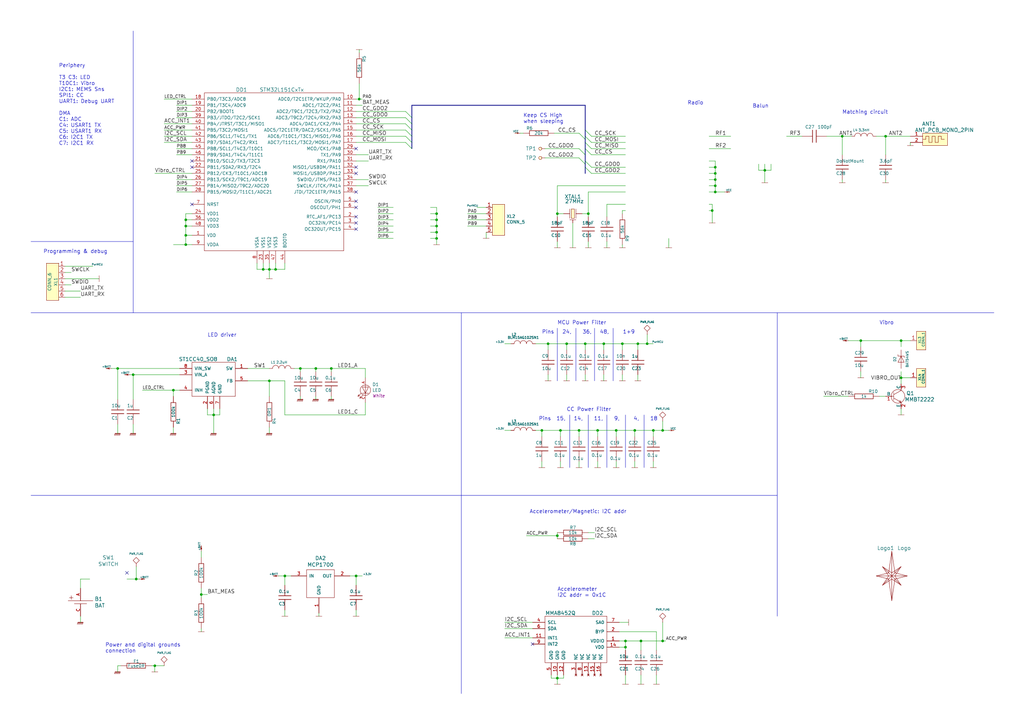
<source format=kicad_sch>
(kicad_sch (version 20220404) (generator eeschema)
  (paper "A3")
  (lib_symbols
    (symbol "Antennas_kl:ANT_PCB_MONO_2PIN" (pin_names (offset 1.016))
      (property "Reference" "ANT" (at -5.08 6.35 0))
      (property "Value" "ANT_PCB_MONO_2PIN" (at 1.27 3.81 0))
      (symbol "ANT_PCB_MONO_2PIN_1_1"
        (pin passive line (at -5.08 1.27 0) (length 5.08) (name "~") (number "1"))
        (pin passive line (at -5.08 -1.27 0) (length 5.08) (name "~") (number "2"))
      )
    )
    (symbol "Connectors_kl:CONN_1" (pin_names (offset 1.016) hide)
      (property "Reference" "XL" (at -1.27 0.254 90))
      (property "Value" "CONN_1" (at 0.254 0.508 90))
      (symbol "CONN_1_1_1"
        (pin passive line (at -5.08 0 0) (length 2.54) (name "P1") (number "1"))
      )
    )
    (symbol "Connectors_kl:CONN_5" (pin_names (offset 1.016))
      (property "Reference" "XL" (at -1.27 0 90))
      (property "Value" "CONN_5" (at 1.27 0 90))
      (symbol "CONN_5_1_1"
        (pin passive line (at -5.08 5.08 0) (length 2.54) (name "~") (number "1"))
        (pin passive line (at -5.08 2.54 0) (length 2.54) (name "~") (number "2"))
        (pin passive line (at -5.08 0 0) (length 2.54) (name "~") (number "3"))
        (pin passive line (at -5.08 -2.54 0) (length 2.54) (name "~") (number "4"))
        (pin passive line (at -5.08 -5.08 0) (length 2.54) (name "~") (number "5"))
      )
    )
    (symbol "Connectors_kl:CONN_6" (pin_names (offset 1.016))
      (property "Reference" "XL" (at -1.27 0 90))
      (property "Value" "CONN_6" (at 1.27 0 90))
      (symbol "CONN_6_1_1"
        (pin passive line (at -5.08 6.35 0) (length 2.54) (name "~") (number "1"))
        (pin passive line (at -5.08 3.81 0) (length 2.54) (name "~") (number "2"))
        (pin passive line (at -5.08 1.27 0) (length 2.54) (name "~") (number "3"))
        (pin passive line (at -5.08 -1.27 0) (length 2.54) (name "~") (number "4"))
        (pin passive line (at -5.08 -3.81 0) (length 2.54) (name "~") (number "5"))
        (pin passive line (at -5.08 -6.35 0) (length 2.54) (name "~") (number "6"))
      )
    )
    (symbol "Power_kl:BAT" (pin_names (offset 1.016) hide)
      (property "Reference" "B" (at 3.81 5.08 0))
      (property "Value" "BAT" (at -6.35 5.08 0))
      (symbol "BAT_1_1"
        (pin power_out line (at 0 5.08 270) (length 5.08) (name "A") (number "A"))
        (pin power_out line (at 0 -6.35 90) (length 5.08) (name "C") (number "C"))
      )
    )
    (symbol "Power_kl:MCP1700" (pin_names (offset 1.016))
      (property "Reference" "DA" (at 3.81 7.62 0))
      (property "Value" "MCP1700" (at -5.08 7.62 0))
      (symbol "MCP1700_1_1"
        (pin passive line (at 0 -11.43 90) (length 6.35) (name "GND") (number "1"))
        (pin power_out line (at 12.7 3.81 180) (length 6.35) (name "OUT") (number "2"))
        (pin power_in line (at -11.43 3.81 0) (length 6.35) (name "IN") (number "3"))
      )
    )
    (symbol "Power_kl:ST1CC40_SO8" (pin_names (offset 1.016))
      (property "Reference" "DA" (at 7.62 8.89 0))
      (property "Value" "ST1CC40_SO8" (at -6.35 8.89 0))
      (symbol "ST1CC40_SO8_1_1"
        (pin passive line (at 13.97 5.08 180) (length 5.08) (name "SW") (number "1"))
        (pin power_in line (at -2.54 -11.43 90) (length 5.08) (name "PGND") (number "2"))
        (pin power_in line (at -13.97 2.54 0) (length 5.08) (name "VIN_A") (number "3"))
        (pin passive line (at -13.97 -3.81 0) (length 5.08) (name "INH") (number "4"))
        (pin passive line (at 13.97 0 180) (length 5.08) (name "FB") (number "5"))
        (pin power_in line (at 0 -11.43 90) (length 5.08) (name "AGND") (number "6"))
        (pin power_in line (at 2.54 -11.43 90) (length 5.08) (name "GND") (number "7"))
        (pin power_in line (at -13.97 5.08 0) (length 5.08) (name "VIN_SW") (number "8"))
      )
    )
    (symbol "Sensors:MMA8452Q" (pin_names (offset 1.016))
      (property "Reference" "DD" (at 8.89 12.7 0))
      (property "Value" "MMA8452Q" (at -6.35 12.7 0))
      (symbol "MMA8452Q_1_1"
        (pin power_in line (at 17.78 1.27 180) (length 5.08) (name "VDDIO") (number "1"))
        (pin power_in line (at -7.62 -12.7 90) (length 5.08) (name "GND") (number "10"))
        (pin passive line (at -17.78 2.54 0) (length 5.08) (name "INT1") (number "11"))
        (pin power_in line (at -5.08 -12.7 90) (length 5.08) (name "GND") (number "12"))
        (pin no_connect line (at 5.08 -12.7 90) (length 5.08) (name "NC") (number "13"))
        (pin power_in line (at 17.78 -1.27 180) (length 5.08) (name "VDD") (number "14"))
        (pin no_connect line (at 7.62 -12.7 90) (length 5.08) (name "NC") (number "15"))
        (pin no_connect line (at 10.16 -12.7 90) (length 5.08) (name "NC") (number "16"))
        (pin passive line (at 17.78 5.08 180) (length 5.08) (name "BYP") (number "2"))
        (pin no_connect line (at 0 -12.7 90) (length 5.08) (name "NC") (number "3"))
        (pin passive line (at -17.78 8.89 0) (length 5.08) (name "SCL") (number "4"))
        (pin power_in line (at -10.16 -12.7 90) (length 5.08) (name "GND") (number "5"))
        (pin passive line (at -17.78 6.35 0) (length 5.08) (name "SDA") (number "6"))
        (pin passive line (at 17.78 8.89 180) (length 5.08) (name "SA0") (number "7"))
        (pin no_connect line (at 2.54 -12.7 90) (length 5.08) (name "NC") (number "8"))
        (pin passive line (at -17.78 0 0) (length 5.08) (name "INT2") (number "9"))
      )
    )
    (symbol "Tittar_kl:C" (pin_numbers hide) (pin_names (offset 0.254))
      (property "Reference" "C" (at -2.54 -2.54 0))
      (property "Value" "C" (at -2.54 2.54 0))
      (property "Voltage" "10V" (at 0 0 0))
      (symbol "C_1_1"
        (pin passive line (at 0 5.08 270) (length 4.318) (name "~") (number "1"))
        (pin passive line (at 0 -5.08 90) (length 4.318) (name "~") (number "2"))
      )
    )
    (symbol "Tittar_kl:CRYSTAL_H" (pin_numbers hide) (pin_names (offset 1.016) hide)
      (property "Reference" "XTAL" (at 0 6.985 0))
      (property "Value" "CRYSTAL_H" (at 0.635 5.08 0))
      (symbol "CRYSTAL_H_1_1"
        (pin passive line (at -3.81 0 0) (length 2.54) (name "1") (number "1"))
        (pin passive line (at 3.81 0 180) (length 2.54) (name "2") (number "2"))
        (pin passive line (at 0 -3.81 90) (length 1.27) (name "H") (number "H"))
      )
    )
    (symbol "Tittar_kl:D_Shottky" (pin_numbers hide) (pin_names (offset 1.016) hide)
      (property "Reference" "D" (at 0 2.54 0))
      (property "Value" "D_Shottky" (at 0 -2.54 0))
      (symbol "D_Shottky_1_1"
        (pin passive line (at -3.81 0 0) (length 2.54) (name "~") (number "A"))
        (pin passive line (at 3.81 0 180) (length 2.54) (name "~") (number "C"))
      )
    )
    (symbol "Tittar_kl:Fuse0R" (pin_numbers hide) (pin_names (offset 0))
      (property "Reference" "F" (at -1.778 0 90))
      (property "Value" "Fuse0R" (at 0 0 90))
      (symbol "Fuse0R_1_1"
        (pin passive line (at 0 6.35 270) (length 2.54) (name "~") (number "1"))
        (pin passive line (at 0 -6.35 90) (length 2.54) (name "~") (number "2"))
      )
    )
    (symbol "Tittar_kl:L" (pin_numbers hide) (pin_names (offset 1.016) hide)
      (property "Reference" "L" (at -2.54 -3.556 90))
      (property "Value" "L" (at -2.54 0 90))
      (symbol "L_1_1"
        (pin passive line (at 0 5.08 270) (length 1.27) (name "1") (number "1"))
        (pin passive line (at 0 -5.08 90) (length 1.27) (name "2") (number "2"))
      )
    )
    (symbol "Tittar_kl:LED" (pin_names (offset 1.016) hide)
      (property "Reference" "D" (at 2.54 3.556 0))
      (property "Value" "LED" (at -2.032 3.556 0))
      (property "Color" "Green" (at 0 -3.81 0))
      (symbol "LED_1_1"
        (pin passive line (at -5.08 0 0) (length 3.81) (name "A") (number "A"))
        (pin passive line (at 5.08 0 180) (length 3.81) (name "C") (number "C"))
      )
    )
    (symbol "Tittar_kl:R" (pin_numbers hide) (pin_names (offset 0))
      (property "Reference" "R" (at 2.032 -3.81 90))
      (property "Value" "R" (at 0 0 90))
      (symbol "R_1_1"
        (pin passive line (at 0 6.35 270) (length 2.54) (name "~") (number "1"))
        (pin passive line (at 0 -6.35 90) (length 2.54) (name "~") (number "2"))
      )
    )
    (symbol "Transistors_kl:NPN" (pin_names (offset 0))
      (property "Reference" "Q" (at 5.08 1.27 0))
      (property "Value" "NPN" (at 6.35 -1.27 0))
      (symbol "NPN_1_1"
        (pin passive line (at -5.08 0 0) (length 2.54) (name "B") (number "1"))
        (pin passive line (at 1.27 -5.08 90) (length 2.54) (name "E") (number "2"))
        (pin passive line (at 1.27 5.08 270) (length 2.54) (name "C") (number "3"))
      )
    )
    (symbol "pcb_details:Logo" (pin_names (offset 1.016))
      (property "Reference" "Logo" (at -2.54 11.43 0))
      (property "Value" "Logo" (at 5.08 11.43 0))
    )
    (symbol "pcb_details:TESTPOINT" (pin_numbers hide) (pin_names (offset 1.016))
      (property "Reference" "TP" (at -5.715 0 0))
      (symbol "TESTPOINT_1_1"
        (pin passive line (at 0 0 180) (length 1.27) (name "~") (number "1"))
      )
    )
    (symbol "power:+BATT" (power) (pin_names (offset 0))
      (property "Value" "+BATT" (at 2.032 0.762 0))
      (symbol "+BATT_0_0"
        (pin power_in line (at 0 0 90) (length 0) hide (name "+BATT") (number "1"))
      )
    )
    (symbol "power:GND" (power) (pin_names (offset 0.254))
      (symbol "GND_1_1"
        (pin power_in line (at 0 0 270) (length 0) hide (name "GND") (number "1"))
      )
    )
    (symbol "power:GNDPWR" (power) (pin_numbers hide) (pin_names (offset 0) hide)
      (symbol "GNDPWR_1_1"
        (pin power_in line (at 0 0 90) (length 0) hide (name "GNDPWR") (number "1"))
      )
    )
    (symbol "power:PWR_FLAG" (power) (pin_numbers hide) (pin_names (offset 0) hide)
      (property "Value" "PWR_FLAG" (at 0 5.08 0))
      (symbol "PWR_FLAG_0_0"
        (pin power_out line (at 0 0 90) (length 0) (name "pwr") (number "1"))
      )
    )
    (symbol "power:VCC" (power) (pin_names (offset 0))
      (property "Value" "VCC" (at 1.778 0.762 0))
      (symbol "VCC_0_0"
        (pin power_in line (at 0 0 90) (length 0) hide (name "VCC") (number "1"))
      )
    )
    (symbol "st_kl:STM32L151CxTx" (pin_names (offset 1.016))
      (property "Reference" "DD" (at -12.7 34.29 0))
      (property "Value" "STM32L151CxTx" (at 3.81 34.29 0))
      (symbol "STM32L151CxTx_1_1"
        (pin power_in line (at -33.02 -25.4 0) (length 5.08) (name "VDD") (number "1"))
        (pin passive line (at 34.29 30.48 180) (length 5.08) (name "ADC0/T2C1ETR/WKUP/PA0") (number "10"))
        (pin passive line (at 34.29 27.94 180) (length 5.08) (name "ADC1/T2C2/PA1") (number "11"))
        (pin passive line (at 34.29 25.4 180) (length 5.08) (name "ADC2/T9C1/T2C3/TX2/PA2") (number "12"))
        (pin passive line (at 34.29 22.86 180) (length 5.08) (name "ADC3/T9C2/T2C4/RX2/PA3") (number "13"))
        (pin passive line (at 34.29 20.32 180) (length 5.08) (name "ADC4/DAC1/CK2/PA4") (number "14"))
        (pin passive line (at 34.29 17.78 180) (length 5.08) (name "ADC5/T2C1ETR/DAC2/SCK1/PA5") (number "15"))
        (pin passive line (at 34.29 15.24 180) (length 5.08) (name "ADC6/T10C1/T3C1/MISO1/PA6") (number "16"))
        (pin passive line (at 34.29 12.7 180) (length 5.08) (name "ADC7/T11C1/T3C2/MOSI1/PA7") (number "17"))
        (pin passive line (at -33.02 30.48 0) (length 5.08) (name "PB0/T3C3/ADC8") (number "18"))
        (pin passive line (at -33.02 27.94 0) (length 5.08) (name "PB1/T3C4/ADC9") (number "19"))
        (pin passive line (at 34.29 -17.78 180) (length 5.08) (name "RTC_AF1/PC13") (number "2"))
        (pin passive line (at -33.02 25.4 0) (length 5.08) (name "PB2/BOOT1") (number "20"))
        (pin passive line (at -33.02 5.08 0) (length 5.08) (name "PB10/SCL2/TX3/T2C3") (number "21"))
        (pin passive line (at -33.02 2.54 0) (length 5.08) (name "PB11/SDA2/RX3/T2C4") (number "22"))
        (pin power_in line (at -3.81 -36.83 90) (length 5.08) (name "VSS1") (number "23"))
        (pin power_in line (at -33.02 -16.51 0) (length 5.08) (name "VDD1") (number "24"))
        (pin passive line (at -33.02 0 0) (length 5.08) (name "PB12/CK3/T10C1/ADC18") (number "25"))
        (pin passive line (at -33.02 -2.54 0) (length 5.08) (name "PB13/SCK2/T9C1/ADC19") (number "26"))
        (pin passive line (at -33.02 -5.08 0) (length 5.08) (name "PB14/MISO2/T9C2/ADC20") (number "27"))
        (pin passive line (at -33.02 -7.62 0) (length 5.08) (name "PB15/MOSI2/T11C1/ADC21") (number "28"))
        (pin passive line (at 34.29 10.16 180) (length 5.08) (name "MCO/CK1/PA8") (number "29"))
        (pin passive line (at 34.29 -20.32 180) (length 5.08) (name "OC32IN/PC14") (number "3"))
        (pin passive line (at 34.29 7.62 180) (length 5.08) (name "TX1/PA9") (number "30"))
        (pin passive line (at 34.29 5.08 180) (length 5.08) (name "RX1/PA10") (number "31"))
        (pin passive line (at 34.29 2.54 180) (length 5.08) (name "MISO1/USBDM/PA11") (number "32"))
        (pin passive line (at 34.29 0 180) (length 5.08) (name "MOSI1/USBDP/PA12") (number "33"))
        (pin passive line (at 34.29 -2.54 180) (length 5.08) (name "SWDIO/JTMS/PA13") (number "34"))
        (pin power_in line (at -1.27 -36.83 90) (length 5.08) (name "VSS2") (number "35"))
        (pin power_in line (at -33.02 -19.05 0) (length 5.08) (name "VDD2") (number "36"))
        (pin passive line (at 34.29 -5.08 180) (length 5.08) (name "SWCLK/JTCK/PA14") (number "37"))
        (pin passive line (at 34.29 -7.62 180) (length 5.08) (name "JTDI/T2C1ETR/PA15") (number "38"))
        (pin passive line (at -33.02 22.86 0) (length 5.08) (name "PB3/JTDO/T2C2/SCK1") (number "39"))
        (pin passive line (at 34.29 -22.86 180) (length 5.08) (name "OC32OUT/PC15") (number "4"))
        (pin passive line (at -33.02 20.32 0) (length 5.08) (name "PB4/JTRST/T3C1/MISO1") (number "40"))
        (pin passive line (at -33.02 17.78 0) (length 5.08) (name "PB5/T3C2/MOSI1") (number "41"))
        (pin passive line (at -33.02 15.24 0) (length 5.08) (name "PB6/SCL1/T4C1/TX1") (number "42"))
        (pin passive line (at -33.02 12.7 0) (length 5.08) (name "PB7/SDA1/T4C2/RX1") (number "43"))
        (pin passive line (at 5.08 -36.83 90) (length 5.08) (name "BOOT0") (number "44"))
        (pin passive line (at -33.02 10.16 0) (length 5.08) (name "PB8/SCL1/T4C3/T10C1") (number "45"))
        (pin passive line (at -33.02 7.62 0) (length 5.08) (name "PB9/SDA1/T4C4/T11C1") (number "46"))
        (pin power_in line (at 1.27 -36.83 90) (length 5.08) (name "VSS3") (number "47"))
        (pin power_in line (at -33.02 -21.59 0) (length 5.08) (name "VDD3") (number "48"))
        (pin passive line (at 34.29 -11.43 180) (length 5.08) (name "OSCIN/PH0") (number "5"))
        (pin passive line (at 34.29 -13.97 180) (length 5.08) (name "OSCOUT/PH1") (number "6"))
        (pin passive line (at -33.02 -12.7 0) (length 5.08) (name "NRST") (number "7"))
        (pin power_in line (at -6.35 -36.83 90) (length 5.08) (name "VSSA") (number "8"))
        (pin power_in line (at -33.02 -29.21 0) (length 5.08) (name "VDDA") (number "9"))
      )
    )
  )
  (junction (at 55.88 237.49))
  (junction (at 224.79 140.97))
  (junction (at 71.12 160.02))
  (junction (at 245.11 176.53))
  (junction (at 313.69 69.85))
  (junction (at 76.2 100.33))
  (junction (at 255.27 140.97))
  (junction (at 179.07 92.71))
  (junction (at 179.07 95.25))
  (junction (at 345.44 55.88))
  (junction (at 293.37 71.12))
  (junction (at 54.61 153.67))
  (junction (at 252.73 176.53))
  (junction (at 179.07 97.79))
  (junction (at 63.5 273.05))
  (junction (at 76.2 96.52))
  (junction (at 271.78 176.53))
  (junction (at 241.3 87.63))
  (junction (at 363.22 55.88))
  (junction (at 76.2 92.71))
  (junction (at 228.6 219.71))
  (junction (at 293.37 78.74))
  (junction (at 229.87 176.53))
  (junction (at 147.32 40.64))
  (junction (at 271.78 262.89))
  (junction (at 113.03 110.49))
  (junction (at 87.63 170.18))
  (junction (at 240.03 140.97))
  (junction (at 369.57 154.94))
  (junction (at 228.6 87.63))
  (junction (at 232.41 140.97))
  (junction (at 369.57 139.7))
  (junction (at 293.37 73.66))
  (junction (at 260.35 176.53))
  (junction (at 135.89 151.13))
  (junction (at 123.19 151.13))
  (junction (at 179.07 87.63))
  (junction (at 261.62 140.97))
  (junction (at 129.54 151.13))
  (junction (at 76.2 90.17))
  (junction (at 228.6 278.13))
  (junction (at 293.37 76.2))
  (junction (at 262.89 262.89))
  (junction (at 256.54 262.89))
  (junction (at 267.97 176.53))
  (junction (at 293.37 68.58))
  (junction (at 222.25 176.53))
  (junction (at 247.65 140.97))
  (junction (at 82.55 243.84))
  (junction (at 292.1 86.36))
  (junction (at 48.26 151.13))
  (junction (at 265.43 140.97))
  (junction (at 146.05 236.22))
  (junction (at 179.07 90.17))
  (junction (at 110.49 110.49))
  (junction (at 353.06 139.7))
  (junction (at 107.95 110.49))
  (junction (at 110.49 156.21))
  (junction (at 116.84 236.22))
  (junction (at 256.54 265.43))
  (junction (at 237.49 176.53))
  (no_connect (at 218.44 264.16))
  (no_connect (at 146.05 91.44))
  (no_connect (at 146.05 60.96))
  (no_connect (at 146.05 71.12))
  (no_connect (at 146.05 93.98))
  (no_connect (at 78.74 66.04))
  (no_connect (at 146.05 78.74))
  (no_connect (at 78.74 68.58))
  (no_connect (at 146.05 88.9))
  (no_connect (at 146.05 82.55))
  (no_connect (at 52.07 234.95))
  (no_connect (at 78.74 83.82))
  (no_connect (at 146.05 85.09))
  (no_connect (at 146.05 68.58))
  (bus_entry (at 166.37 50.8) (size 2.54 2.54))
  (bus_entry (at 237.49 60.96) (size 2.54 2.54))
  (bus_entry (at 240.03 55.88) (size 2.54 2.54))
  (bus_entry (at 166.37 48.26) (size 2.54 2.54))
  (bus_entry (at 240.03 68.58) (size 2.54 2.54))
  (bus_entry (at 166.37 58.42) (size 2.54 2.54))
  (bus_entry (at 166.37 53.34) (size 2.54 2.54))
  (bus_entry (at 166.37 45.72) (size 2.54 2.54))
  (bus_entry (at 240.03 57.15) (size -2.54 -2.54))
  (bus_entry (at 240.03 58.42) (size 2.54 2.54))
  (bus_entry (at 237.49 64.77) (size 2.54 2.54))
  (bus_entry (at 240.03 53.34) (size 2.54 2.54))
  (bus_entry (at 240.03 66.04) (size 2.54 2.54))
  (bus_entry (at 166.37 55.88) (size 2.54 2.54))
  (bus_entry (at 240.03 60.96) (size 2.54 2.54))
  (bus (pts (xy 240.03 58.42) (xy 240.03 60.96)))
  (wire (pts (xy 154.94 87.63) (xy 161.29 87.63)))
  (polyline (pts (xy 12.7 128.27) (xy 407.67 128.27)))
  (wire (pts (xy 191.77 92.71) (xy 199.39 92.71)))
  (wire (pts (xy 87.63 170.18) (xy 90.17 170.18)))
  (wire (pts (xy 290.83 73.66) (xy 293.37 73.66)))
  (wire (pts (xy 147.32 34.29) (xy 147.32 40.64)))
  (bus (pts (xy 168.91 53.34) (xy 168.91 55.88)))
  (wire (pts (xy 176.53 97.79) (xy 179.07 97.79)))
  (wire (pts (xy 232.41 153.67) (xy 232.41 156.21)))
  (wire (pts (xy 55.88 237.49) (xy 52.07 237.49)))
  (wire (pts (xy 228.6 278.13) (xy 231.14 278.13)))
  (wire (pts (xy 116.84 110.49) (xy 116.84 107.95)))
  (wire (pts (xy 110.49 156.21) (xy 116.84 156.21)))
  (wire (pts (xy 143.51 236.22) (xy 146.05 236.22)))
  (wire (pts (xy 373.38 58.42) (xy 373.38 59.69)))
  (wire (pts (xy 254 255.27) (xy 257.81 255.27)))
  (bus (pts (xy 168.91 50.8) (xy 168.91 53.34)))
  (wire (pts (xy 107.95 107.95) (xy 107.95 110.49)))
  (wire (pts (xy 116.84 170.18) (xy 149.86 170.18)))
  (wire (pts (xy 360.68 162.56) (xy 363.22 162.56)))
  (wire (pts (xy 71.12 162.56) (xy 71.12 160.02)))
  (wire (pts (xy 33.02 119.38) (xy 26.67 119.38)))
  (wire (pts (xy 123.19 162.56) (xy 123.19 163.83)))
  (wire (pts (xy 48.26 151.13) (xy 73.66 151.13)))
  (wire (pts (xy 146.05 58.42) (xy 166.37 58.42)))
  (wire (pts (xy 240.03 143.51) (xy 240.03 140.97)))
  (wire (pts (xy 26.67 109.22) (xy 38.1 109.22)))
  (wire (pts (xy 290.83 86.36) (xy 292.1 86.36)))
  (wire (pts (xy 45.72 151.13) (xy 48.26 151.13)))
  (wire (pts (xy 363.22 55.88) (xy 373.38 55.88)))
  (wire (pts (xy 207.01 176.53) (xy 209.55 176.53)))
  (wire (pts (xy 256.54 76.2) (xy 228.6 76.2)))
  (wire (pts (xy 238.76 87.63) (xy 241.3 87.63)))
  (wire (pts (xy 256.54 265.43) (xy 256.54 266.7)))
  (wire (pts (xy 247.65 153.67) (xy 247.65 156.21)))
  (bus (pts (xy 240.03 43.18) (xy 240.03 53.34)))
  (wire (pts (xy 228.6 219.71) (xy 228.6 220.98)))
  (wire (pts (xy 110.49 162.56) (xy 110.49 156.21)))
  (wire (pts (xy 363.22 55.88) (xy 363.22 63.5)))
  (wire (pts (xy 53.34 153.67) (xy 54.61 153.67)))
  (wire (pts (xy 247.65 140.97) (xy 255.27 140.97)))
  (wire (pts (xy 48.26 275.59) (xy 48.26 273.05)))
  (wire (pts (xy 129.54 151.13) (xy 129.54 152.4)))
  (wire (pts (xy 76.2 90.17) (xy 78.74 90.17)))
  (wire (pts (xy 369.57 167.64) (xy 369.57 170.18)))
  (wire (pts (xy 245.11 189.23) (xy 245.11 191.77)))
  (wire (pts (xy 71.12 177.8) (xy 71.12 175.26)))
  (wire (pts (xy 179.07 97.79) (xy 179.07 100.33)))
  (wire (pts (xy 76.2 90.17) (xy 76.2 92.71)))
  (wire (pts (xy 241.3 78.74) (xy 256.54 78.74)))
  (wire (pts (xy 252.73 189.23) (xy 252.73 191.77)))
  (wire (pts (xy 347.98 139.7) (xy 353.06 139.7)))
  (wire (pts (xy 224.79 143.51) (xy 224.79 140.97)))
  (wire (pts (xy 369.57 139.7) (xy 373.38 139.7)))
  (wire (pts (xy 129.54 162.56) (xy 129.54 163.83)))
  (wire (pts (xy 237.49 179.07) (xy 237.49 176.53)))
  (wire (pts (xy 267.97 189.23) (xy 267.97 191.77)))
  (wire (pts (xy 63.5 273.05) (xy 63.5 275.59)))
  (wire (pts (xy 229.87 176.53) (xy 237.49 176.53)))
  (wire (pts (xy 226.06 278.13) (xy 228.6 278.13)))
  (bus (pts (xy 240.03 53.34) (xy 240.03 55.88)))
  (wire (pts (xy 146.05 63.5) (xy 151.13 63.5)))
  (wire (pts (xy 176.53 92.71) (xy 179.07 92.71)))
  (wire (pts (xy 226.06 278.13) (xy 226.06 276.86)))
  (wire (pts (xy 179.07 85.09) (xy 179.07 87.63)))
  (wire (pts (xy 269.24 259.08) (xy 269.24 266.7)))
  (wire (pts (xy 48.26 273.05) (xy 49.53 273.05)))
  (wire (pts (xy 228.6 99.06) (xy 228.6 101.6)))
  (wire (pts (xy 224.79 140.97) (xy 232.41 140.97)))
  (wire (pts (xy 146.05 43.18) (xy 148.59 43.18)))
  (wire (pts (xy 207.01 140.97) (xy 209.55 140.97)))
  (wire (pts (xy 292.1 86.36) (xy 292.1 83.82)))
  (wire (pts (xy 57.15 237.49) (xy 55.88 237.49)))
  (wire (pts (xy 274.32 97.79) (xy 274.32 101.6)))
  (wire (pts (xy 228.6 218.44) (xy 228.6 219.71)))
  (wire (pts (xy 54.61 163.83) (xy 54.61 153.67)))
  (wire (pts (xy 292.1 83.82) (xy 290.83 83.82)))
  (wire (pts (xy 260.35 189.23) (xy 260.35 191.77)))
  (wire (pts (xy 242.57 63.5) (xy 256.54 63.5)))
  (wire (pts (xy 267.97 179.07) (xy 267.97 176.53)))
  (wire (pts (xy 248.92 99.06) (xy 248.92 101.6)))
  (wire (pts (xy 261.62 140.97) (xy 261.62 143.51)))
  (wire (pts (xy 67.31 53.34) (xy 78.74 53.34)))
  (wire (pts (xy 26.67 114.3) (xy 40.64 114.3)))
  (bus (pts (xy 168.91 43.18) (xy 240.03 43.18)))
  (wire (pts (xy 82.55 243.84) (xy 85.09 243.84)))
  (wire (pts (xy 82.55 243.84) (xy 82.55 245.11)))
  (wire (pts (xy 261.62 140.97) (xy 265.43 140.97)))
  (wire (pts (xy 353.06 152.4) (xy 353.06 154.94)))
  (wire (pts (xy 311.15 69.85) (xy 313.69 69.85)))
  (wire (pts (xy 76.2 100.33) (xy 78.74 100.33)))
  (wire (pts (xy 241.3 218.44) (xy 243.84 218.44)))
  (wire (pts (xy 242.57 71.12) (xy 256.54 71.12)))
  (wire (pts (xy 78.74 48.26) (xy 72.39 48.26)))
  (wire (pts (xy 241.3 87.63) (xy 241.3 78.74)))
  (wire (pts (xy 71.12 100.33) (xy 76.2 100.33)))
  (wire (pts (xy 261.62 153.67) (xy 261.62 156.21)))
  (wire (pts (xy 223.52 64.77) (xy 237.49 64.77)))
  (wire (pts (xy 62.23 273.05) (xy 63.5 273.05)))
  (wire (pts (xy 215.9 219.71) (xy 228.6 219.71)))
  (wire (pts (xy 76.2 96.52) (xy 78.74 96.52)))
  (wire (pts (xy 242.57 60.96) (xy 256.54 60.96)))
  (wire (pts (xy 213.36 54.61) (xy 214.63 54.61)))
  (wire (pts (xy 228.6 87.63) (xy 228.6 88.9)))
  (wire (pts (xy 255.27 143.51) (xy 255.27 140.97)))
  (wire (pts (xy 265.43 140.97) (xy 267.97 140.97)))
  (wire (pts (xy 292.1 91.44) (xy 292.1 86.36)))
  (bus (pts (xy 240.03 67.31) (xy 240.03 68.58)))
  (wire (pts (xy 149.86 154.94) (xy 149.86 151.13)))
  (wire (pts (xy 76.2 96.52) (xy 76.2 100.33)))
  (wire (pts (xy 179.07 90.17) (xy 179.07 92.71)))
  (wire (pts (xy 299.72 60.96) (xy 290.83 60.96)))
  (wire (pts (xy 76.2 92.71) (xy 76.2 96.52)))
  (wire (pts (xy 229.87 189.23) (xy 229.87 191.77)))
  (wire (pts (xy 154.94 92.71) (xy 161.29 92.71)))
  (wire (pts (xy 146.05 250.19) (xy 146.05 252.73)))
  (wire (pts (xy 199.39 95.25) (xy 199.39 97.79)))
  (wire (pts (xy 222.25 179.07) (xy 222.25 176.53)))
  (bus (pts (xy 168.91 55.88) (xy 168.91 58.42)))
  (wire (pts (xy 228.6 278.13) (xy 228.6 280.67)))
  (wire (pts (xy 191.77 87.63) (xy 199.39 87.63)))
  (wire (pts (xy 316.23 69.85) (xy 316.23 67.31)))
  (wire (pts (xy 33.02 237.49) (xy 36.83 237.49)))
  (wire (pts (xy 290.83 71.12) (xy 293.37 71.12)))
  (wire (pts (xy 228.6 76.2) (xy 228.6 87.63)))
  (wire (pts (xy 179.07 87.63) (xy 179.07 90.17)))
  (wire (pts (xy 345.44 55.88) (xy 349.25 55.88)))
  (wire (pts (xy 269.24 276.86) (xy 269.24 280.67)))
  (polyline (pts (xy 189.23 128.27) (xy 189.23 284.48)))
  (wire (pts (xy 33.02 255.27) (xy 33.02 252.73)))
  (wire (pts (xy 179.07 85.09) (xy 176.53 85.09)))
  (wire (pts (xy 148.59 40.64) (xy 147.32 40.64)))
  (wire (pts (xy 243.84 220.98) (xy 241.3 220.98)))
  (wire (pts (xy 254 259.08) (xy 269.24 259.08)))
  (wire (pts (xy 363.22 73.66) (xy 363.22 74.93)))
  (wire (pts (xy 147.32 40.64) (xy 146.05 40.64)))
  (wire (pts (xy 149.86 165.1) (xy 149.86 170.18)))
  (wire (pts (xy 176.53 95.25) (xy 179.07 95.25)))
  (wire (pts (xy 82.55 259.08) (xy 82.55 257.81)))
  (wire (pts (xy 135.89 151.13) (xy 149.86 151.13)))
  (polyline (pts (xy 12.7 99.06) (xy 54.61 99.06)))
  (wire (pts (xy 290.83 78.74) (xy 293.37 78.74)))
  (wire (pts (xy 293.37 73.66) (xy 293.37 76.2)))
  (wire (pts (xy 78.74 43.18) (xy 72.39 43.18)))
  (wire (pts (xy 290.83 55.88) (xy 299.72 55.88)))
  (polyline (pts (xy 236.22 156.21) (xy 236.22 134.62)))
  (wire (pts (xy 242.57 58.42) (xy 256.54 58.42)))
  (wire (pts (xy 78.74 58.42) (xy 67.31 58.42)))
  (wire (pts (xy 222.25 189.23) (xy 222.25 191.77)))
  (wire (pts (xy 252.73 179.07) (xy 252.73 176.53)))
  (wire (pts (xy 123.19 151.13) (xy 129.54 151.13)))
  (bus (pts (xy 240.03 55.88) (xy 240.03 57.15)))
  (wire (pts (xy 146.05 45.72) (xy 166.37 45.72)))
  (wire (pts (xy 256.54 262.89) (xy 262.89 262.89)))
  (wire (pts (xy 224.79 153.67) (xy 224.79 156.21)))
  (polyline (pts (xy 228.6 156.21) (xy 228.6 134.62)))
  (wire (pts (xy 256.54 276.86) (xy 256.54 280.67)))
  (wire (pts (xy 339.09 55.88) (xy 345.44 55.88)))
  (wire (pts (xy 242.57 55.88) (xy 256.54 55.88)))
  (wire (pts (xy 105.41 110.49) (xy 107.95 110.49)))
  (wire (pts (xy 116.84 236.22) (xy 116.84 240.03)))
  (wire (pts (xy 207.01 255.27) (xy 218.44 255.27)))
  (wire (pts (xy 195.58 85.09) (xy 199.39 85.09)))
  (wire (pts (xy 146.05 55.88) (xy 166.37 55.88)))
  (wire (pts (xy 345.44 73.66) (xy 345.44 74.93)))
  (wire (pts (xy 85.09 170.18) (xy 87.63 170.18)))
  (wire (pts (xy 256.54 265.43) (xy 254 265.43)))
  (wire (pts (xy 223.52 60.96) (xy 237.49 60.96)))
  (wire (pts (xy 255.27 87.63) (xy 255.27 86.36)))
  (wire (pts (xy 123.19 151.13) (xy 123.19 152.4)))
  (wire (pts (xy 72.39 45.72) (xy 78.74 45.72)))
  (wire (pts (xy 146.05 53.34) (xy 166.37 53.34)))
  (wire (pts (xy 232.41 143.51) (xy 232.41 140.97)))
  (wire (pts (xy 116.84 236.22) (xy 119.38 236.22)))
  (wire (pts (xy 353.06 142.24) (xy 353.06 139.7)))
  (wire (pts (xy 290.83 68.58) (xy 293.37 68.58)))
  (wire (pts (xy 271.78 262.89) (xy 273.05 262.89)))
  (wire (pts (xy 313.69 69.85) (xy 316.23 69.85)))
  (wire (pts (xy 237.49 189.23) (xy 237.49 191.77)))
  (wire (pts (xy 113.03 110.49) (xy 113.03 107.95)))
  (wire (pts (xy 255.27 140.97) (xy 261.62 140.97)))
  (wire (pts (xy 110.49 110.49) (xy 113.03 110.49)))
  (wire (pts (xy 55.88 232.41) (xy 55.88 237.49)))
  (wire (pts (xy 228.6 276.86) (xy 228.6 278.13)))
  (wire (pts (xy 219.71 140.97) (xy 224.79 140.97)))
  (wire (pts (xy 87.63 167.64) (xy 87.63 170.18)))
  (polyline (pts (xy 248.92 170.18) (xy 248.92 191.77)))
  (wire (pts (xy 110.49 177.8) (xy 110.49 175.26)))
  (wire (pts (xy 179.07 95.25) (xy 179.07 97.79)))
  (wire (pts (xy 85.09 167.64) (xy 85.09 170.18)))
  (wire (pts (xy 176.53 90.17) (xy 179.07 90.17)))
  (wire (pts (xy 369.57 154.94) (xy 373.38 154.94)))
  (wire (pts (xy 218.44 257.81) (xy 207.01 257.81)))
  (wire (pts (xy 54.61 173.99) (xy 54.61 177.8)))
  (wire (pts (xy 116.84 250.19) (xy 116.84 252.73)))
  (wire (pts (xy 161.29 85.09) (xy 154.94 85.09)))
  (wire (pts (xy 229.87 179.07) (xy 229.87 176.53)))
  (bus (pts (xy 240.03 63.5) (xy 240.03 66.04)))
  (wire (pts (xy 110.49 114.3) (xy 110.49 110.49)))
  (wire (pts (xy 29.21 111.76) (xy 26.67 111.76)))
  (bus (pts (xy 240.03 68.58) (xy 240.03 71.12)))
  (wire (pts (xy 262.89 266.7) (xy 262.89 262.89)))
  (wire (pts (xy 247.65 143.51) (xy 247.65 140.97)))
  (wire (pts (xy 114.3 236.22) (xy 116.84 236.22)))
  (wire (pts (xy 232.41 140.97) (xy 240.03 140.97)))
  (wire (pts (xy 161.29 95.25) (xy 154.94 95.25)))
  (wire (pts (xy 231.14 87.63) (xy 228.6 87.63)))
  (polyline (pts (xy 318.77 128.27) (xy 318.77 252.73)))
  (wire (pts (xy 82.55 228.6) (xy 82.55 226.06)))
  (wire (pts (xy 76.2 87.63) (xy 76.2 90.17)))
  (wire (pts (xy 110.49 110.49) (xy 110.49 107.95)))
  (polyline (pts (xy 12.7 203.2) (xy 318.77 203.2)))
  (wire (pts (xy 207.01 261.62) (xy 218.44 261.62)))
  (wire (pts (xy 237.49 176.53) (xy 245.11 176.53)))
  (wire (pts (xy 191.77 90.17) (xy 199.39 90.17)))
  (wire (pts (xy 67.31 50.8) (xy 78.74 50.8)))
  (wire (pts (xy 255.27 100.33) (xy 255.27 101.6)))
  (wire (pts (xy 255.27 86.36) (xy 256.54 86.36)))
  (wire (pts (xy 260.35 176.53) (xy 267.97 176.53)))
  (wire (pts (xy 146.05 73.66) (xy 151.13 73.66)))
  (wire (pts (xy 245.11 179.07) (xy 245.11 176.53)))
  (wire (pts (xy 179.07 92.71) (xy 179.07 95.25)))
  (wire (pts (xy 107.95 110.49) (xy 110.49 110.49)))
  (wire (pts (xy 241.3 99.06) (xy 241.3 101.6)))
  (wire (pts (xy 72.39 60.96) (xy 78.74 60.96)))
  (wire (pts (xy 313.69 69.85) (xy 313.69 74.93)))
  (wire (pts (xy 76.2 92.71) (xy 78.74 92.71)))
  (wire (pts (xy 369.57 154.94) (xy 369.57 157.48)))
  (wire (pts (xy 345.44 55.88) (xy 345.44 63.5)))
  (polyline (pts (xy 233.68 170.18) (xy 233.68 191.77)))
  (wire (pts (xy 293.37 78.74) (xy 297.18 78.74)))
  (wire (pts (xy 101.6 156.21) (xy 110.49 156.21)))
  (wire (pts (xy 146.05 50.8) (xy 166.37 50.8)))
  (wire (pts (xy 369.57 152.4) (xy 369.57 154.94)))
  (wire (pts (xy 48.26 173.99) (xy 48.26 177.8)))
  (polyline (pts (xy 243.84 156.21) (xy 243.84 134.62)))
  (wire (pts (xy 63.5 273.05) (xy 67.31 273.05)))
  (wire (pts (xy 101.6 151.13) (xy 110.49 151.13)))
  (wire (pts (xy 72.39 63.5) (xy 78.74 63.5)))
  (wire (pts (xy 353.06 139.7) (xy 369.57 139.7)))
  (wire (pts (xy 63.5 71.12) (xy 78.74 71.12)))
  (wire (pts (xy 26.67 121.92) (xy 33.02 121.92)))
  (wire (pts (xy 256.54 262.89) (xy 256.54 265.43)))
  (bus (pts (xy 240.03 57.15) (xy 240.03 58.42)))
  (polyline (pts (xy 241.3 191.77) (xy 241.3 170.18)))
  (wire (pts (xy 311.15 67.31) (xy 311.15 69.85)))
  (polyline (pts (xy 54.61 12.7) (xy 54.61 128.27)))
  (wire (pts (xy 252.73 176.53) (xy 260.35 176.53)))
  (wire (pts (xy 271.78 176.53) (xy 271.78 172.72)))
  (wire (pts (xy 161.29 90.17) (xy 154.94 90.17)))
  (wire (pts (xy 76.2 87.63) (xy 78.74 87.63)))
  (wire (pts (xy 129.54 151.13) (xy 135.89 151.13)))
  (wire (pts (xy 234.95 91.44) (xy 234.95 101.6)))
  (wire (pts (xy 33.02 241.3) (xy 33.02 237.49)))
  (wire (pts (xy 271.78 255.27) (xy 271.78 262.89)))
  (polyline (pts (xy 251.46 156.21) (xy 251.46 134.62)))
  (wire (pts (xy 72.39 78.74) (xy 78.74 78.74)))
  (wire (pts (xy 241.3 88.9) (xy 241.3 87.63)))
  (wire (pts (xy 78.74 76.2) (xy 72.39 76.2)))
  (bus (pts (xy 168.91 58.42) (xy 168.91 60.96)))
  (wire (pts (xy 219.71 176.53) (xy 222.25 176.53)))
  (wire (pts (xy 267.97 176.53) (xy 271.78 176.53)))
  (wire (pts (xy 146.05 48.26) (xy 166.37 48.26)))
  (wire (pts (xy 105.41 107.95) (xy 105.41 110.49)))
  (wire (pts (xy 290.83 76.2) (xy 293.37 76.2)))
  (wire (pts (xy 369.57 142.24) (xy 369.57 139.7)))
  (wire (pts (xy 254 262.89) (xy 256.54 262.89)))
  (wire (pts (xy 90.17 170.18) (xy 90.17 167.64)))
  (wire (pts (xy 135.89 152.4) (xy 135.89 151.13)))
  (wire (pts (xy 293.37 66.04) (xy 293.37 68.58)))
  (wire (pts (xy 293.37 68.58) (xy 293.37 71.12)))
  (wire (pts (xy 260.35 179.07) (xy 260.35 176.53)))
  (wire (pts (xy 313.69 67.31) (xy 313.69 69.85)))
  (wire (pts (xy 293.37 71.12) (xy 293.37 73.66)))
  (wire (pts (xy 262.89 276.86) (xy 262.89 280.67)))
  (wire (pts (xy 240.03 153.67) (xy 240.03 156.21)))
  (wire (pts (xy 48.26 163.83) (xy 48.26 151.13)))
  (bus (pts (xy 240.03 66.04) (xy 240.03 67.31)))
  (wire (pts (xy 54.61 153.67) (xy 73.66 153.67)))
  (wire (pts (xy 293.37 76.2) (xy 293.37 78.74)))
  (wire (pts (xy 151.13 66.04) (xy 146.05 66.04)))
  (bus (pts (xy 168.91 43.18) (xy 168.91 48.26)))
  (wire (pts (xy 71.12 160.02) (xy 73.66 160.02)))
  (wire (pts (xy 337.82 162.56) (xy 347.98 162.56)))
  (wire (pts (xy 290.83 66.04) (xy 293.37 66.04)))
  (wire (pts (xy 146.05 240.03) (xy 146.05 236.22)))
  (wire (pts (xy 256.54 83.82) (xy 248.92 83.82)))
  (bus (pts (xy 168.91 48.26) (xy 168.91 50.8)))
  (polyline (pts (xy 264.16 170.18) (xy 264.16 191.77)))
  (wire (pts (xy 120.65 151.13) (xy 123.19 151.13)))
  (polyline (pts (xy 256.54 191.77) (xy 256.54 170.18)))
  (wire (pts (xy 146.05 76.2) (xy 151.13 76.2)))
  (wire (pts (xy 255.27 153.67) (xy 255.27 156.21)))
  (wire (pts (xy 248.92 83.82) (xy 248.92 88.9)))
  (wire (pts (xy 87.63 170.18) (xy 87.63 177.8)))
  (wire (pts (xy 113.03 110.49) (xy 116.84 110.49)))
  (wire (pts (xy 147.32 21.59) (xy 147.32 20.32)))
  (wire (pts (xy 176.53 87.63) (xy 179.07 87.63)))
  (wire (pts (xy 67.31 55.88) (xy 78.74 55.88)))
  (wire (pts (xy 67.31 40.64) (xy 78.74 40.64)))
  (wire (pts (xy 116.84 156.21) (xy 116.84 170.18)))
  (wire (pts (xy 322.58 55.88) (xy 328.93 55.88)))
  (wire (pts (xy 245.11 176.53) (xy 252.73 176.53)))
  (wire (pts (xy 237.49 54.61) (xy 227.33 54.61)))
  (wire (pts (xy 242.57 68.58) (xy 256.54 68.58)))
  (wire (pts (xy 146.05 236.22) (xy 148.59 236.22)))
  (wire (pts (xy 222.25 176.53) (xy 229.87 176.53)))
  (wire (pts (xy 82.55 241.3) (xy 82.55 243.84)))
  (wire (pts (xy 271.78 176.53) (xy 274.32 176.53)))
  (wire (pts (xy 359.41 55.88) (xy 363.22 55.88)))
  (wire (pts (xy 26.67 116.84) (xy 29.21 116.84)))
  (wire (pts (xy 72.39 73.66) (xy 78.74 73.66)))
  (wire (pts (xy 265.43 140.97) (xy 265.43 137.16)))
  (wire (pts (xy 58.42 160.02) (xy 71.12 160.02)))
  (wire (pts (xy 231.14 278.13) (xy 231.14 276.86)))
  (wire (pts (xy 135.89 162.56) (xy 135.89 163.83)))
  (wire (pts (xy 240.03 140.97) (xy 247.65 140.97)))
  (wire (pts (xy 154.94 97.79) (xy 161.29 97.79)))
  (wire (pts (xy 262.89 262.89) (xy 271.78 262.89)))
  (wire (pts (xy 130.81 251.46) (xy 130.81 252.73)))
  (bus (pts (xy 240.03 60.96) (xy 240.03 63.5)))
  (text "Programming & debug" (at 17.78 104.14 0) (effects (font (size 1.524 1.524)) (justify left bottom)))
  (text "Balun" (at 308.61 44.45 0) (effects (font (size 1.524 1.524)) (justify left bottom)))
  (text "Vibro" (at 360.68 133.35 0) (effects (font (size 1.524 1.524)) (justify left bottom)))
  (text "Accelerometer\nI2C addr = 0x1C" (at 228.6 245.11 0) (effects (font (size 1.524 1.524)) (justify left bottom)))
  (text "MCU Power Filter" (at 228.6 133.35 0) (effects (font (size 1.524 1.524)) (justify left bottom)))
  (text "Radio" (at 281.94 43.18 0) (effects (font (size 1.524 1.524)) (justify left bottom)))
  (text "Matching circuit" (at 345.44 46.99 0) (effects (font (size 1.524 1.524)) (justify left bottom)))
  (text "Power and digital grounds\nconnection" (at 43.18 267.97 0) (effects (font (size 1.524 1.524)) (justify left bottom)))
  (text "Keep CS High\nwhen sleeping" (at 214.63 50.8 0) (effects (font (size 1.524 1.524)) (justify left bottom)))
  (text "Pins   24,    36,   48,     1+9" (at 222.25 137.16 0) (effects (font (size 1.524 1.524)) (justify left bottom)))
  (text "Accelerometer/Magnetic: I2C addr" (at 217.17 210.82 0) (effects (font (size 1.524 1.524)) (justify left bottom)))
  (text "Pins  15,   14,    11,    9,     4,    18" (at 220.98 172.72 0) (effects (font (size 1.524 1.524)) (justify left bottom)))
  (text "Periphery\n\nT3 C3: LED\nT10C1: Vibro\nI2C1: MEMS Sns\nSPI1: CC\nUART1: Debug UART\n\nDMA\nC1: ADC\nC4: USART1 TX\nC5: USART1 RX\nC6: I2C1 TX\nC7: I2C1 RX\n\n" (at 24.13 62.23 0) (effects (font (size 1.524 1.524)) (justify left bottom)))
  (text "LED driver" (at 85.09 138.43 0) (effects (font (size 1.524 1.524)) (justify left bottom)))
  (text "CC Power Filter" (at 232.41 168.91 0) (effects (font (size 1.524 1.524)) (justify left bottom)))
  (label "DIP1" (at 72.39 43.18 0))
  (label "CC_MISO" (at 148.59 55.88 0) (effects (font (size 1.524 1.524))))
  (label "DIP4" (at 154.94 92.71 0))
  (label "PA0" (at 148.59 40.64 0))
  (label "CC_GDO2" (at 148.59 45.72 0) (effects (font (size 1.524 1.524))))
  (label "ACC_PWR" (at 273.05 262.89 0))
  (label "ACC_INT1" (at 207.01 261.62 0) (effects (font (size 1.524 1.524))))
  (label "LED_CTRL" (at 58.42 160.02 0))
  (label "BAT_MEAS" (at 148.59 43.18 0) (effects (font (size 1.524 1.524))))
  (label "PB9" (at 191.77 92.71 0))
  (label "SWCLK" (at 29.21 111.76 0) (effects (font (size 1.524 1.524))))
  (label "DIP5" (at 72.39 76.2 0))
  (label "I2C_SDA" (at 243.84 220.98 0) (effects (font (size 1.524 1.524))))
  (label "I2C_SDA" (at 207.01 257.81 0) (effects (font (size 1.524 1.524))))
  (label "UART_RX" (at 33.02 121.92 0) (effects (font (size 1.524 1.524))))
  (label "DIP4" (at 72.39 73.66 0))
  (label "DIP3" (at 72.39 48.26 0))
  (label "PB9" (at 72.39 63.5 0))
  (label "ACC_INT1" (at 67.31 50.8 0) (effects (font (size 1.524 1.524))))
  (label "CC_GDO2" (at 224.79 64.77 0) (effects (font (size 1.524 1.524))))
  (label "LED1_A" (at 138.43 151.13 0) (effects (font (size 1.524 1.524))))
  (label "CC_GDO0" (at 243.84 68.58 0) (effects (font (size 1.524 1.524))))
  (label "I2C_SCL" (at 67.31 55.88 0) (effects (font (size 1.524 1.524))))
  (label "Vibro_CTRL" (at 337.82 162.56 0) (effects (font (size 1.524 1.524))))
  (label "UART_TX" (at 151.13 63.5 0) (effects (font (size 1.524 1.524))))
  (label "UART_RX" (at 151.13 66.04 0) (effects (font (size 1.524 1.524))))
  (label "CC_GDO0" (at 148.59 48.26 0) (effects (font (size 1.524 1.524))))
  (label "ANT1" (at 344.17 55.88 0) (effects (font (size 1.524 1.524))))
  (label "CC_MISO" (at 243.84 60.96 0) (effects (font (size 1.524 1.524))))
  (label "DIP5" (at 154.94 95.25 0))
  (label "ANT2" (at 364.49 55.88 0) (effects (font (size 1.524 1.524))))
  (label "CC_CS" (at 236.22 54.61 0) (effects (font (size 1.524 1.524))))
  (label "PB8" (at 72.39 60.96 0))
  (label "RF3" (at 323.85 55.88 0) (effects (font (size 1.524 1.524))))
  (label "CC_SCK" (at 243.84 55.88 0) (effects (font (size 1.524 1.524))))
  (label "ACC_PWR" (at 67.31 53.34 0))
  (label "CC_CS" (at 148.59 50.8 0) (effects (font (size 1.524 1.524))))
  (label "CC_GDO0" (at 224.79 60.96 0) (effects (font (size 1.524 1.524))))
  (label "LED_CTRL" (at 67.31 40.64 0))
  (label "LED1_C" (at 138.43 170.18 0) (effects (font (size 1.524 1.524))))
  (label "VIBRO_OUT" (at 369.57 156.21 0) (effects (font (size 1.524 1.524))))
  (label "SWCLK" (at 151.13 76.2 0) (effects (font (size 1.524 1.524))))
  (label "RF1" (at 293.37 55.88 0) (effects (font (size 1.524 1.524))))
  (label "CC_CS" (at 243.84 63.5 0) (effects (font (size 1.524 1.524))))
  (label "CC_MOSI" (at 148.59 58.42 0) (effects (font (size 1.524 1.524))))
  (label "RF2" (at 293.37 60.96 0) (effects (font (size 1.524 1.524))))
  (label "I2C_SDA" (at 67.31 58.42 0) (effects (font (size 1.524 1.524))))
  (label "DIP2" (at 72.39 45.72 0))
  (label "DIP6" (at 72.39 78.74 0))
  (label "I2C_SCL" (at 207.01 255.27 0) (effects (font (size 1.524 1.524))))
  (label "DIP1" (at 154.94 85.09 0))
  (label "PA0" (at 191.77 87.63 0))
  (label "Vibro_CTRL" (at 63.5 71.12 0) (effects (font (size 1.524 1.524))))
  (label "CC_SCK" (at 148.59 53.34 0) (effects (font (size 1.524 1.524))))
  (label "UART_TX" (at 33.02 119.38 0) (effects (font (size 1.524 1.524))))
  (label "DIP2" (at 154.94 87.63 0))
  (label "ACC_PWR" (at 215.9 219.71 0))
  (label "BAT_MEAS" (at 85.09 243.84 0) (effects (font (size 1.524 1.524))))
  (label "I2C_SCL" (at 243.84 218.44 0) (effects (font (size 1.524 1.524))))
  (label "DIP6" (at 154.94 97.79 0))
  (label "SWDIO" (at 29.21 116.84 0) (effects (font (size 1.524 1.524))))
  (label "PB8" (at 191.77 90.17 0))
  (label "SW1" (at 104.14 151.13 0) (effects (font (size 1.524 1.524))))
  (label "SWDIO" (at 151.13 73.66 0) (effects (font (size 1.524 1.524))))
  (label "CC_GDO2" (at 243.84 71.12 0) (effects (font (size 1.524 1.524))))
  (label "CC_MOSI" (at 243.84 58.42 0) (effects (font (size 1.524 1.524))))
  (label "DIP3" (at 154.94 90.17 0))
  (symbol (lib_id "Tittar_kl:C") (at 232.41 148.59 0) (unit 1)
    (default_instance (reference "U") (unit 1) (value "") (footprint ""))
    (property "Reference" "C12" (at 229.87 151.13 0) (effects (justify left)))
    (property "Value" "0.1u" (at 229.87 146.05 0) (effects (justify left)))
    (property "Footprint" "Capacitors:CAP_0603" (effects hide))
  )
  (symbol (lib_id "Tittar_kl:C") (at 247.65 148.59 0) (unit 1)
    (default_instance (reference "U") (unit 1) (value "") (footprint ""))
    (property "Reference" "C17" (at 245.11 151.13 0) (effects (justify left)))
    (property "Value" "0.1u" (at 245.11 146.05 0) (effects (justify left)))
    (property "Footprint" "Capacitors:CAP_0603" (effects hide))
  )
  (symbol (lib_id "Tittar_kl:C") (at 261.62 148.59 0) (unit 1)
    (default_instance (reference "U") (unit 1) (value "") (footprint ""))
    (property "Reference" "C23" (at 259.08 151.13 0) (effects (justify left)))
    (property "Value" "1u" (at 259.08 146.05 0) (effects (justify left)))
    (property "Footprint" "Capacitors:CAP_0603" (effects hide))
  )
  (symbol (lib_id "Tittar_kl:C") (at 255.27 148.59 0) (unit 1)
    (default_instance (reference "U") (unit 1) (value "") (footprint ""))
    (property "Reference" "C20" (at 252.73 151.13 0) (effects (justify left)))
    (property "Value" "10n" (at 252.73 146.05 0) (effects (justify left)))
    (property "Footprint" "Capacitors:CAP_0603" (effects hide))
  )
  (symbol (lib_id "Tittar_kl:C") (at 240.03 148.59 0) (unit 1)
    (default_instance (reference "U") (unit 1) (value "") (footprint ""))
    (property "Reference" "C14" (at 237.49 151.13 0) (effects (justify left)))
    (property "Value" "0.1u" (at 237.49 146.05 0) (effects (justify left)))
    (property "Footprint" "Capacitors:CAP_0603" (effects hide))
  )
  (symbol (lib_id "power:GND") (at 110.49 114.3 0) (unit 1)
    (default_instance (reference "U") (unit 1) (value "") (footprint ""))
    (property "Reference" "#PWR016" (effects hide))
    (property "Value" "GND" (effects hide))
  )
  (symbol (lib_id "Tittar_kl:L") (at 214.63 140.97 270) (unit 1)
    (default_instance (reference "U") (unit 1) (value "") (footprint ""))
    (property "Reference" "L2" (at 210.82 137.16 90) (effects (font (size 1.016 1.016))))
    (property "Value" "BLM15AG102SN1" (at 214.63 138.43 90) (effects (font (size 1.016 1.016))))
    (property "Footprint" "Inductors:IND_0402" (effects hide))
  )
  (symbol (lib_id "Tittar_kl:R") (at 234.95 218.44 90) (unit 1)
    (default_instance (reference "U") (unit 1) (value "") (footprint ""))
    (property "Reference" "R7" (at 234.95 216.408 90))
    (property "Value" "10k" (at 234.95 218.44 90))
    (property "Footprint" "Resistors:RES_0603" (effects hide))
  )
  (symbol (lib_id "Tittar_kl:R") (at 234.95 220.98 270) (unit 1)
    (default_instance (reference "U") (unit 1) (value "") (footprint ""))
    (property "Reference" "R8" (at 234.95 223.012 90))
    (property "Value" "10k" (at 234.95 220.98 90))
    (property "Footprint" "Resistors:RES_0603" (effects hide))
  )
  (symbol (lib_id "power:PWR_FLAG") (at 265.43 137.16 0) (unit 1)
    (default_instance (reference "U") (unit 1) (value "") (footprint ""))
    (property "Reference" "#FLG01" (effects hide))
    (property "Value" "PWR_FLAG" (at 265.43 132.08 0) (effects (font (size 0.762 0.762))))
  )
  (symbol (lib_id "power:PwrMCU") (at 267.97 140.97 0) (unit 1)
    (default_instance (reference "U") (unit 1) (value "") (footprint ""))
    (property "Reference" "#PWR053" (effects hide))
    (property "Value" "PwrMCU" (at 269.748 140.208 0) (effects (font (size 0.762 0.762))))
  )
  (symbol (lib_id "power:PwrMCU") (at 71.12 100.33 0) (mirror y) (unit 1)
    (default_instance (reference "U") (unit 1) (value "") (footprint ""))
    (property "Reference" "#PWR011" (effects hide))
    (property "Value" "PwrMCU" (at 69.342 99.568 0) (effects (font (size 0.762 0.762))))
  )
  (symbol (lib_id "power:GND") (at 40.64 114.3 270) (unit 1)
    (default_instance (reference "U") (unit 1) (value "") (footprint ""))
    (property "Reference" "#PWR03" (effects hide))
    (property "Value" "GND" (effects hide))
  )
  (symbol (lib_id "power:PwrMCU") (at 38.1 109.22 0) (unit 1)
    (default_instance (reference "U") (unit 1) (value "") (footprint ""))
    (property "Reference" "#PWR02" (effects hide))
    (property "Value" "PwrMCU" (at 39.878 108.458 0) (effects (font (size 0.762 0.762))))
  )
  (symbol (lib_id "Connectors_kl:CONN_6") (at 21.59 115.57 0) (mirror y) (unit 1)
    (default_instance (reference "U") (unit 1) (value "") (footprint ""))
    (property "Reference" "XL1" (at 22.86 115.57 90))
    (property "Value" "CONN_6" (at 20.32 115.57 90))
    (property "Footprint" "Connectors:PLS-6" (effects hide))
    (property "SolderPointsDIP" "6" (effects hide))
  )
  (symbol (lib_id "Connectors_kl:CONN_1") (at 378.46 139.7 0) (unit 1)
    (default_instance (reference "U") (unit 1) (value "") (footprint ""))
    (property "Reference" "XL3" (at 377.19 139.446 90) (effects (font (size 1.016 1.016))))
    (property "Value" "CONN_1" (at 378.714 139.192 90) (effects (font (size 1.016 1.016))))
    (property "Footprint" "PCB:Oval3x1.5" (effects hide))
    (property "SolderPoints" "1" (effects hide))
    (property "Price" "0" (effects hide))
  )
  (symbol (lib_id "Connectors_kl:CONN_1") (at 378.46 154.94 0) (unit 1)
    (default_instance (reference "U") (unit 1) (value "") (footprint ""))
    (property "Reference" "XL4" (at 377.19 154.686 90) (effects (font (size 1.016 1.016))))
    (property "Value" "CONN_1" (at 378.714 154.432 90) (effects (font (size 1.016 1.016))))
    (property "Footprint" "PCB:Oval3x1.5" (effects hide))
    (property "SolderPoints" "1" (effects hide))
    (property "Price" "0" (effects hide))
  )
  (symbol (lib_id "Tittar_kl:R") (at 354.33 162.56 90) (unit 1)
    (default_instance (reference "U") (unit 1) (value "") (footprint ""))
    (property "Reference" "R10" (at 358.14 160.528 90))
    (property "Value" "1k" (at 354.33 162.56 90))
    (property "Footprint" "Resistors:RES_0603" (effects hide))
    (property "Price" "0.5" (effects hide))
    (property "SolderPoints" "2" (effects hide))
  )
  (symbol (lib_id "Transistors_kl:NPN") (at 368.3 162.56 0) (unit 1)
    (default_instance (reference "U") (unit 1) (value "") (footprint ""))
    (property "Reference" "Q1" (at 373.38 161.29 0) (effects (font (size 1.524 1.524))))
    (property "Value" "MMBT2222" (at 377.19 163.83 0) (effects (font (size 1.524 1.524))))
    (property "Footprint" "SOT:SOT23-3" (effects hide))
    (property "SolderPoints" "3" (effects hide))
    (property "Price" "5" (effects hide))
  )
  (symbol (lib_id "Tittar_kl:C") (at 353.06 147.32 0) (mirror x) (unit 1)
    (default_instance (reference "U") (unit 1) (value "") (footprint ""))
    (property "Reference" "C29" (at 350.52 144.78 0) (effects (justify left)))
    (property "Value" "10u" (at 350.52 149.86 0) (effects (justify left)))
    (property "Footprint" "Capacitors:CAP_0603" (effects hide))
    (property "Price" "2.5" (effects hide))
    (property "SolderPoints" "2" (effects hide))
    (property "PN" "CL10A106MQ8NNNC" (effects hide))
    (property "URL" "https://www.terraelectronica.ru/catalog.php?ID=1155&search=cl10a106mq8nnnc" (effects hide))
  )
  (symbol (lib_id "Tittar_kl:D_Shottky") (at 369.57 147.32 90) (unit 1)
    (default_instance (reference "U") (unit 1) (value "") (footprint ""))
    (property "Reference" "D2" (at 367.03 147.32 0) (effects (font (size 1.016 1.016))))
    (property "Value" "BAT54WS" (at 372.11 147.32 0) (effects (font (size 1.016 1.016))))
    (property "Footprint" "Diodes:SOD323" (effects hide))
    (property "URL" "https://www.terraelectronica.ru/catalog_info.php?CODE=182655" (effects hide))
    (property "Price" "2.5" (effects hide))
    (property "SolderPoints" "2" (effects hide))
  )
  (symbol (lib_id "pcb_details:Logo") (at 365.76 236.22 0) (unit 1)
    (default_instance (reference "U") (unit 1) (value "") (footprint ""))
    (property "Reference" "Logo1" (at 363.22 224.79 0) (effects (font (size 1.524 1.524))))
    (property "Value" "Logo" (at 370.84 224.79 0) (effects (font (size 1.524 1.524))))
    (property "Footprint" "Pictures:Ostranna_12d7_10d1" (effects hide))
  )
  (symbol (lib_id "st_kl:STM32L151CxTx") (at 111.76 71.12 0) (unit 1)
    (default_instance (reference "U") (unit 1) (value "") (footprint ""))
    (property "Reference" "DD1" (at 99.06 36.83 0) (effects (font (size 1.524 1.524))))
    (property "Value" "STM32L151CxTx" (at 115.57 36.83 0) (effects (font (size 1.524 1.524))))
    (property "Footprint" "LQFP_TQFP:LQFP48" (effects hide))
    (property "PN" "stm32L151c8t6" (effects hide))
    (property "URL" "http://" (effects hide))
    (property "SolderPoints" "48" (effects hide))
  )
  (symbol (lib_id "power:GND") (at 292.1 91.44 0) (unit 1)
    (default_instance (reference "U") (unit 1) (value "") (footprint ""))
    (property "Reference" "#PWR058" (effects hide))
    (property "Value" "GND" (effects hide))
  )
  (symbol (lib_id "power:VCC") (at 297.18 78.74 0) (unit 1)
    (default_instance (reference "U") (unit 1) (value "") (footprint ""))
    (property "Reference" "#PWR059" (effects hide))
    (property "Value" "VCC" (at 298.958 77.978 0) (effects (font (size 0.762 0.762))))
  )
  (symbol (lib_id "power:VCC") (at 213.36 54.61 0) (mirror y) (unit 1)
    (default_instance (reference "U") (unit 1) (value "") (footprint ""))
    (property "Reference" "#PWR031" (effects hide))
    (property "Value" "VCC" (at 211.582 53.848 0) (effects (font (size 0.762 0.762))))
  )
  (symbol (lib_id "RFICs:CC1101") (at 275.59 72.39 0) (unit 1)
    (default_instance (reference "U") (unit 1) (value "") (footprint ""))
    (property "Reference" "DD3" (at 264.16 52.07 0) (effects (font (size 1.524 1.524))))
    (property "Value" "CC1101" (at 283.21 52.07 0) (effects (font (size 1.524 1.524))))
    (property "Footprint" "QFN_DFN:QFN20" (effects hide))
    (property "URL" "http://" (effects hide))
    (property "Price" "140" (effects hide))
    (property "SolderPoints" "21" (effects hide))
  )
  (symbol (lib_id "Tittar_kl:CRYSTAL_H") (at 234.95 87.63 0) (unit 1)
    (default_instance (reference "U") (unit 1) (value "") (footprint ""))
    (property "Reference" "XTAL1" (at 234.95 80.645 0) (effects (font (size 1.524 1.524))))
    (property "Value" "27MHz" (at 235.585 82.55 0) (effects (font (size 1.524 1.524))))
    (property "Footprint" "Quartz:03225C4" (effects hide))
    (property "Price" "15" (effects hide))
    (property "SolderPoints" "4" (effects hide))
  )
  (symbol (lib_id "Tittar_kl:C") (at 228.6 93.98 0) (unit 1)
    (default_instance (reference "U") (unit 1) (value "") (footprint ""))
    (property "Reference" "C10" (at 226.06 96.52 0) (effects (justify left)))
    (property "Value" "18pF" (at 226.06 91.44 0) (effects (justify left)))
    (property "Footprint" "Capacitors:CAP_0603" (effects hide))
    (property "Price" "0.5" (effects hide))
    (property "SolderPoints" "2" (effects hide))
  )
  (symbol (lib_id "Tittar_kl:C") (at 241.3 93.98 0) (unit 1)
    (default_instance (reference "U") (unit 1) (value "") (footprint ""))
    (property "Reference" "C15" (at 238.76 96.52 0) (effects (justify left)))
    (property "Value" "18pF" (at 238.76 91.44 0) (effects (justify left)))
    (property "Footprint" "Capacitors:CAP_0603" (effects hide))
    (property "Price" "0.5" (effects hide))
    (property "SolderPoints" "2" (effects hide))
  )
  (symbol (lib_id "Tittar_kl:R") (at 255.27 93.98 0) (unit 1)
    (default_instance (reference "U") (unit 1) (value "") (footprint ""))
    (property "Reference" "R9" (at 257.302 97.79 90))
    (property "Value" "56k" (at 255.27 93.98 90))
    (property "Footprint" "Resistors:RES_0603" (effects hide))
    (property "Price" "0.5" (effects hide))
    (property "SolderPoints" "2" (effects hide))
  )
  (symbol (lib_id "Tittar_kl:L") (at 354.33 55.88 270) (unit 1)
    (default_instance (reference "U") (unit 1) (value "") (footprint ""))
    (property "Reference" "L4" (at 350.774 53.34 90) (effects (font (size 1.016 1.016))))
    (property "Value" "3.3nH" (at 354.33 53.34 90) (effects (font (size 1.016 1.016))))
    (property "Footprint" "Inductors:IND_0402" (effects hide))
    (property "Price" "4" (effects hide))
    (property "SolderPoints" "2" (effects hide))
  )
  (symbol (lib_id "Tittar_kl:C") (at 345.44 68.58 0) (unit 1)
    (default_instance (reference "U") (unit 1) (value "") (footprint ""))
    (property "Reference" "C28" (at 342.9 71.12 0) (effects (justify left)))
    (property "Value" "DoNotMount" (at 342.9 66.04 0) (effects (justify left)))
    (property "Footprint" "Capacitors:CAP_0402" (effects hide))
    (property "Price" "0.5" (effects hide))
    (property "SolderPoints" "2" (effects hide))
  )
  (symbol (lib_id "Tittar_kl:C") (at 363.22 68.58 0) (unit 1)
    (default_instance (reference "U") (unit 1) (value "") (footprint ""))
    (property "Reference" "C30" (at 360.68 71.12 0) (effects (justify left)))
    (property "Value" "3.6pF" (at 360.68 66.04 0) (effects (justify left)))
    (property "Footprint" "Capacitors:CAP_0402" (effects hide))
    (property "Price" "0.5" (effects hide))
    (property "SolderPoints" "2" (effects hide))
  )
  (symbol (lib_id "Tittar_kl:R") (at 220.98 54.61 270) (mirror x) (unit 1)
    (default_instance (reference "U") (unit 1) (value "") (footprint ""))
    (property "Reference" "R6" (at 217.17 52.578 90))
    (property "Value" "20k" (at 220.98 54.61 90))
    (property "Footprint" "Resistors:RES_0603" (effects hide))
    (property "Price" "0.5" (effects hide))
    (property "SolderPoints" "2" (effects hide))
  )
  (symbol (lib_id "pcb_details:TESTPOINT") (at 223.52 64.77 0) (unit 1)
    (default_instance (reference "U") (unit 1) (value "") (footprint ""))
    (property "Reference" "TP2" (at 217.805 64.77 0) (effects (font (size 1.524 1.524))))
    (property "Value" "TESTPOINT" (effects hide))
    (property "Footprint" "PCB:TESTPOINT_1MM" (effects hide))
    (property "Price" "0" (effects hide))
    (property "SolderPoints" "0" (effects hide))
  )
  (symbol (lib_id "Tittar_kl:C") (at 248.92 93.98 0) (mirror x) (unit 1)
    (default_instance (reference "U") (unit 1) (value "") (footprint ""))
    (property "Reference" "C18" (at 246.38 91.44 0) (effects (justify left)))
    (property "Value" "0.1u" (at 246.38 96.52 0) (effects (justify left)))
    (property "Footprint" "Capacitors:CAP_0603" (effects hide))
    (property "Price" "0.5" (effects hide))
    (property "SolderPoints" "2" (effects hide))
  )
  (symbol (lib_id "Sensors:MMA8452Q") (at 236.22 264.16 0) (unit 1)
    (default_instance (reference "U") (unit 1) (value "") (footprint ""))
    (property "Reference" "DD2" (at 245.11 251.46 0) (effects (font (size 1.524 1.524))))
    (property "Value" "MMA8452Q" (at 229.87 251.46 0) (effects (font (size 1.524 1.524))))
    (property "Footprint" "QFN_DFN:QFN16_5x3" (effects hide))
  )
  (symbol (lib_id "power:GND") (at 257.81 255.27 270) (unit 1)
    (default_instance (reference "U") (unit 1) (value "") (footprint ""))
    (property "Reference" "#PWR049" (effects hide))
    (property "Value" "GND" (effects hide))
  )
  (symbol (lib_id "Tittar_kl:C") (at 256.54 271.78 0) (unit 1)
    (default_instance (reference "U") (unit 1) (value "") (footprint ""))
    (property "Reference" "C21" (at 254 274.32 0) (effects (justify left)))
    (property "Value" "10u" (at 254 269.24 0) (effects (justify left)))
    (property "Footprint" "Capacitors:CAP_0603" (effects hide))
    (property "Price" "2.5" (effects hide))
    (property "SolderPoints" "2" (effects hide))
    (property "PN" "CL10A106MQ8NNNC" (effects hide))
    (property "URL" "https://www.terraelectronica.ru/catalog.php?ID=1155&search=cl10a106mq8nnnc" (effects hide))
  )
  (symbol (lib_id "Tittar_kl:C") (at 262.89 271.78 0) (unit 1)
    (default_instance (reference "U") (unit 1) (value "") (footprint ""))
    (property "Reference" "C24" (at 260.35 274.32 0) (effects (justify left)))
    (property "Value" "0.1u" (at 260.35 269.24 0) (effects (justify left)))
    (property "Footprint" "Capacitors:CAP_0603" (effects hide))
  )
  (symbol (lib_id "Tittar_kl:C") (at 269.24 271.78 0) (unit 1)
    (default_instance (reference "U") (unit 1) (value "") (footprint ""))
    (property "Reference" "C26" (at 266.7 274.32 0) (effects (justify left)))
    (property "Value" "0.1u" (at 266.7 269.24 0) (effects (justify left)))
    (property "Footprint" "Capacitors:CAP_0603" (effects hide))
  )
  (symbol (lib_id "power:+BATT") (at 347.98 139.7 0) (mirror y) (unit 1)
    (default_instance (reference "U") (unit 1) (value "") (footprint ""))
    (property "Reference" "#PWR062" (effects hide))
    (property "Value" "+BATT" (at 345.948 138.938 0) (effects (font (size 0.762 0.762))))
  )
  (symbol (lib_id "Tittar_kl:C") (at 224.79 148.59 0) (mirror x) (unit 1)
    (default_instance (reference "U") (unit 1) (value "") (footprint ""))
    (property "Reference" "C9" (at 222.25 146.05 0) (effects (justify left)))
    (property "Value" "10u" (at 222.25 151.13 0) (effects (justify left)))
    (property "Footprint" "Capacitors:CAP_0603" (effects hide))
    (property "Price" "2.5" (effects hide))
    (property "SolderPoints" "2" (effects hide))
    (property "PN" "CL10A106MQ8NNNC" (effects hide))
    (property "URL" "https://www.terraelectronica.ru/catalog.php?ID=1155&search=cl10a106mq8nnnc" (effects hide))
  )
  (symbol (lib_id "pcb_details:TESTPOINT") (at 223.52 60.96 0) (unit 1)
    (default_instance (reference "U") (unit 1) (value "") (footprint ""))
    (property "Reference" "TP1" (at 217.805 60.96 0) (effects (font (size 1.524 1.524))))
    (property "Value" "TESTPOINT" (effects hide))
    (property "Footprint" "PCB:TESTPOINT_1MM" (effects hide))
    (property "Price" "0" (effects hide))
    (property "SolderPoints" "0" (effects hide))
  )
  (symbol (lib_id "Antennas_kl:ANT_PCB_MONO_2PIN") (at 378.46 57.15 0) (unit 1)
    (default_instance (reference "U") (unit 1) (value "") (footprint ""))
    (property "Reference" "ANT1" (at 381 50.8 0) (effects (font (size 1.524 1.524))))
    (property "Value" "ANT_PCB_MONO_2PIN" (at 387.35 53.34 0) (effects (font (size 1.524 1.524))))
    (property "Footprint" "Radio:Silmaril" (effects hide))
    (property "Price" "0" (effects hide))
    (property "SolderPoints" "0" (effects hide))
  )
  (symbol (lib_id "RFICs:BALUN868JOHANSON") (at 311.15 58.42 0) (unit 1)
    (default_instance (reference "U") (unit 1) (value "") (footprint ""))
    (property "Reference" "BLN1" (at 302.26 49.53 0) (effects (font (size 1.524 1.524))))
    (property "Value" "BALUN868JOHANSON" (at 311.15 52.07 0) (effects (font (size 1.524 1.524))))
    (property "Footprint" "Radio:BALUN_JOHANSON868" (effects hide))
    (property "PN" "0896BM15A0001E" (effects hide))
    (property "URL" "http://onelec.ru/products/0896bm15a0001e-52ab3408-7c12-4b8c-99ab-cc294cdc1e18" (effects hide))
    (property "SolderPoints" "6" (effects hide))
  )
  (symbol (lib_id "Tittar_kl:C") (at 334.01 55.88 270) (unit 1)
    (default_instance (reference "U") (unit 1) (value "") (footprint ""))
    (property "Reference" "C27" (at 330.2 52.07 90) (effects (justify left)))
    (property "Value" "100pF" (at 335.28 52.07 90) (effects (justify left)))
    (property "Footprint" "Capacitors:CAP_0402" (effects hide))
    (property "Price" "0.5" (effects hide))
    (property "SolderPoints" "2" (effects hide))
  )
  (symbol (lib_id "power:GND") (at 267.97 191.77 0) (unit 1)
    (default_instance (reference "U") (unit 1) (value "") (footprint ""))
    (property "Reference" "#PWR054" (effects hide))
    (property "Value" "GND" (effects hide))
  )
  (symbol (lib_id "Tittar_kl:C") (at 267.97 184.15 0) (unit 1)
    (default_instance (reference "U") (unit 1) (value "") (footprint ""))
    (property "Reference" "C25" (at 265.43 181.61 0) (effects (justify left)))
    (property "Value" "0.1u" (at 265.43 186.69 0) (effects (justify left)))
    (property "Footprint" "Capacitors:CAP_0603" (effects hide))
  )
  (symbol (lib_id "power:GND") (at 252.73 191.77 0) (unit 1)
    (default_instance (reference "U") (unit 1) (value "") (footprint ""))
    (property "Reference" "#PWR045" (effects hide))
    (property "Value" "GND" (effects hide))
  )
  (symbol (lib_id "Tittar_kl:C") (at 252.73 184.15 0) (unit 1)
    (default_instance (reference "U") (unit 1) (value "") (footprint ""))
    (property "Reference" "C19" (at 250.19 181.61 0) (effects (justify left)))
    (property "Value" "0.1u" (at 250.19 187.96 0) (effects (justify left)))
    (property "Footprint" "Capacitors:CAP_0603" (effects hide))
  )
  (symbol (lib_id "Tittar_kl:C") (at 260.35 184.15 0) (unit 1)
    (default_instance (reference "U") (unit 1) (value "") (footprint ""))
    (property "Reference" "C22" (at 257.81 181.61 0) (effects (justify left)))
    (property "Value" "0.1u" (at 257.81 186.69 0) (effects (justify left)))
    (property "Footprint" "Capacitors:CAP_0603" (effects hide))
  )
  (symbol (lib_id "power:GND") (at 260.35 191.77 0) (unit 1)
    (default_instance (reference "U") (unit 1) (value "") (footprint ""))
    (property "Reference" "#PWR050" (effects hide))
    (property "Value" "GND" (effects hide))
  )
  (symbol (lib_id "power:GND") (at 245.11 191.77 0) (unit 1)
    (default_instance (reference "U") (unit 1) (value "") (footprint ""))
    (property "Reference" "#PWR042" (effects hide))
    (property "Value" "GND" (effects hide))
  )
  (symbol (lib_id "Tittar_kl:C") (at 245.11 184.15 0) (unit 1)
    (default_instance (reference "U") (unit 1) (value "") (footprint ""))
    (property "Reference" "C16" (at 242.57 181.61 0) (effects (justify left)))
    (property "Value" "0.1u" (at 242.57 186.69 0) (effects (justify left)))
    (property "Footprint" "Capacitors:CAP_0603" (effects hide))
  )
  (symbol (lib_id "Tittar_kl:C") (at 237.49 184.15 0) (unit 1)
    (default_instance (reference "U") (unit 1) (value "") (footprint ""))
    (property "Reference" "C13" (at 234.95 181.61 0) (effects (justify left)))
    (property "Value" "0.1u" (at 234.95 187.96 0) (effects (justify left)))
    (property "Footprint" "Capacitors:CAP_0603" (effects hide))
  )
  (symbol (lib_id "power:GND") (at 237.49 191.77 0) (unit 1)
    (default_instance (reference "U") (unit 1) (value "") (footprint ""))
    (property "Reference" "#PWR039" (effects hide))
    (property "Value" "GND" (effects hide))
  )
  (symbol (lib_id "power:GND") (at 229.87 191.77 0) (unit 1)
    (default_instance (reference "U") (unit 1) (value "") (footprint ""))
    (property "Reference" "#PWR036" (effects hide))
    (property "Value" "GND" (effects hide))
  )
  (symbol (lib_id "Tittar_kl:C") (at 229.87 184.15 0) (unit 1)
    (default_instance (reference "U") (unit 1) (value "") (footprint ""))
    (property "Reference" "C11" (at 227.33 181.61 0) (effects (justify left)))
    (property "Value" "0.1u" (at 227.33 186.69 0) (effects (justify left)))
    (property "Footprint" "Capacitors:CAP_0603" (effects hide))
  )
  (symbol (lib_id "power:PWR_FLAG") (at 271.78 172.72 0) (unit 1)
    (default_instance (reference "U") (unit 1) (value "") (footprint ""))
    (property "Reference" "#FLG02" (effects hide))
    (property "Value" "PWR_FLAG" (at 271.78 167.64 0) (effects (font (size 0.762 0.762))))
  )
  (symbol (lib_id "power:VCC") (at 274.32 176.53 0) (unit 1)
    (default_instance (reference "U") (unit 1) (value "") (footprint ""))
    (property "Reference" "#PWR057" (effects hide))
    (property "Value" "VCC" (at 276.098 175.768 0) (effects (font (size 0.762 0.762))))
  )
  (symbol (lib_id "Tittar_kl:L") (at 214.63 176.53 270) (unit 1)
    (default_instance (reference "U") (unit 1) (value "") (footprint ""))
    (property "Reference" "L3" (at 210.82 172.72 90) (effects (font (size 1.016 1.016))))
    (property "Value" "BLM15AG102SN1" (at 214.63 173.99 90) (effects (font (size 1.016 1.016))))
    (property "Footprint" "Inductors:IND_0402" (effects hide))
  )
  (symbol (lib_id "power:GND") (at 222.25 191.77 0) (unit 1)
    (default_instance (reference "U") (unit 1) (value "") (footprint ""))
    (property "Reference" "#PWR032" (effects hide))
    (property "Value" "GND" (effects hide))
  )
  (symbol (lib_id "Tittar_kl:C") (at 222.25 184.15 0) (unit 1)
    (default_instance (reference "U") (unit 1) (value "") (footprint ""))
    (property "Reference" "C8" (at 219.71 181.61 0) (effects (justify left)))
    (property "Value" "1u" (at 219.71 186.69 0) (effects (justify left)))
    (property "Footprint" "Capacitors:CAP_0603" (effects hide))
  )
  (symbol (lib_id "power:+3.3V") (at 207.01 176.53 0) (mirror y) (unit 1)
    (default_instance (reference "U") (unit 1) (value "") (footprint ""))
    (property "Reference" "#PWR030" (effects hide))
    (property "Value" "+3.3V" (at 204.978 175.768 0) (effects (font (size 0.762 0.762))))
  )
  (symbol (lib_id "power:+3.3V") (at 207.01 140.97 0) (mirror y) (unit 1)
    (default_instance (reference "U") (unit 1) (value "") (footprint ""))
    (property "Reference" "#PWR029" (effects hide))
    (property "Value" "+3.3V" (at 204.978 140.208 0) (effects (font (size 0.762 0.762))))
  )
  (symbol (lib_id "Power_kl:BAT") (at 33.02 246.38 0) (unit 1)
    (default_instance (reference "U") (unit 1) (value "") (footprint ""))
    (property "Reference" "B1" (at 38.8112 245.6688 0) (effects (font (size 1.524 1.524)) (justify left)))
    (property "Value" "BAT" (at 38.8112 248.3612 0) (effects (font (size 1.524 1.524)) (justify left)))
    (property "Footprint" "Installation:18650x1" (effects hide))
  )
  (symbol (lib_id "Switches:SWITCH") (at 45.72 237.49 0) (unit 1)
    (default_instance (reference "U") (unit 1) (value "") (footprint ""))
    (property "Reference" "SW1" (at 44.45 228.6762 0) (effects (font (size 1.524 1.524))))
    (property "Value" "SWITCH" (at 44.45 231.3686 0) (effects (font (size 1.524 1.524))))
    (property "Footprint" "BtnsSwitches:SW_SS9" (effects hide))
    (property "Price" "5" (effects hide))
    (property "SolderPoints" "5" (effects hide))
  )
  (symbol (lib_id "Switches:DIPx6") (at 168.91 88.9 0) (unit 1)
    (default_instance (reference "U") (unit 1) (value "") (footprint ""))
    (property "Reference" "SW2" (at 168.91 75.1078 0) (effects (font (size 1.524 1.524))))
    (property "Value" "DIPx6" (at 168.91 77.8002 0) (effects (font (size 1.524 1.524))))
    (property "Footprint" "BtnsSwitches:DIP_SMD_1D27X6" (effects hide))
  )
  (symbol (lib_id "power:GND") (at 179.07 100.33 0) (unit 1)
    (default_instance (reference "U") (unit 1) (value "") (footprint ""))
    (property "Reference" "#PWR067" (effects hide))
    (property "Value" "GND" (effects hide))
  )
  (symbol (lib_id "power:+BATT") (at 57.15 237.49 0) (unit 1)
    (default_instance (reference "U") (unit 1) (value "") (footprint ""))
    (property "Reference" "#PWR09" (effects hide))
    (property "Value" "+BATT" (at 59.182 236.728 0) (effects (font (size 0.762 0.762))))
  )
  (symbol (lib_id "power:GND") (at 345.44 74.93 0) (unit 1)
    (default_instance (reference "U") (unit 1) (value "") (footprint ""))
    (property "Reference" "#PWR061" (effects hide))
    (property "Value" "GND" (effects hide))
  )
  (symbol (lib_id "power:GND") (at 363.22 74.93 0) (unit 1)
    (default_instance (reference "U") (unit 1) (value "") (footprint ""))
    (property "Reference" "#PWR064" (effects hide))
    (property "Value" "GND" (effects hide))
  )
  (symbol (lib_id "power:GND") (at 255.27 101.6 0) (unit 1)
    (default_instance (reference "U") (unit 1) (value "") (footprint ""))
    (property "Reference" "#PWR046" (effects hide))
    (property "Value" "GND" (effects hide))
  )
  (symbol (lib_id "power:GND") (at 255.27 156.21 0) (unit 1)
    (default_instance (reference "U") (unit 1) (value "") (footprint ""))
    (property "Reference" "#PWR047" (effects hide))
    (property "Value" "GND" (effects hide))
  )
  (symbol (lib_id "power:GND") (at 373.38 59.69 0) (unit 1)
    (default_instance (reference "U") (unit 1) (value "") (footprint ""))
    (property "Reference" "#PWR066" (effects hide))
    (property "Value" "GND" (effects hide))
  )
  (symbol (lib_id "power:GND") (at 313.69 74.93 0) (unit 1)
    (default_instance (reference "U") (unit 1) (value "") (footprint ""))
    (property "Reference" "#PWR060" (effects hide))
    (property "Value" "GND" (effects hide))
  )
  (symbol (lib_id "power:GND") (at 228.6 280.67 0) (unit 1)
    (default_instance (reference "U") (unit 1) (value "") (footprint ""))
    (property "Reference" "#PWR035" (effects hide))
    (property "Value" "GND" (effects hide))
  )
  (symbol (lib_id "power:GND") (at 256.54 280.67 0) (unit 1)
    (default_instance (reference "U") (unit 1) (value "") (footprint ""))
    (property "Reference" "#PWR048" (effects hide))
    (property "Value" "GND" (effects hide))
  )
  (symbol (lib_id "power:GND") (at 248.92 101.6 0) (unit 1)
    (default_instance (reference "U") (unit 1) (value "") (footprint ""))
    (property "Reference" "#PWR044" (effects hide))
    (property "Value" "GND" (effects hide))
  )
  (symbol (lib_id "power:GND") (at 261.62 156.21 0) (unit 1)
    (default_instance (reference "U") (unit 1) (value "") (footprint ""))
    (property "Reference" "#PWR051" (effects hide))
    (property "Value" "GND" (effects hide))
  )
  (symbol (lib_id "power:GND") (at 241.3 101.6 0) (unit 1)
    (default_instance (reference "U") (unit 1) (value "") (footprint ""))
    (property "Reference" "#PWR041" (effects hide))
    (property "Value" "GND" (effects hide))
  )
  (symbol (lib_id "power:GND") (at 262.89 280.67 0) (unit 1)
    (default_instance (reference "U") (unit 1) (value "") (footprint ""))
    (property "Reference" "#PWR052" (effects hide))
    (property "Value" "GND" (effects hide))
  )
  (symbol (lib_id "power:GND") (at 269.24 280.67 0) (unit 1)
    (default_instance (reference "U") (unit 1) (value "") (footprint ""))
    (property "Reference" "#PWR055" (effects hide))
    (property "Value" "GND" (effects hide))
  )
  (symbol (lib_id "power:GND") (at 274.32 101.6 0) (unit 1)
    (default_instance (reference "U") (unit 1) (value "") (footprint ""))
    (property "Reference" "#PWR056" (effects hide))
    (property "Value" "GND" (effects hide))
  )
  (symbol (lib_id "power:GND") (at 234.95 101.6 0) (unit 1)
    (default_instance (reference "U") (unit 1) (value "") (footprint ""))
    (property "Reference" "#PWR038" (effects hide))
    (property "Value" "GND" (effects hide))
  )
  (symbol (lib_id "power:GND") (at 228.6 101.6 0) (unit 1)
    (default_instance (reference "U") (unit 1) (value "") (footprint ""))
    (property "Reference" "#PWR034" (effects hide))
    (property "Value" "GND" (effects hide))
  )
  (symbol (lib_id "power:GND") (at 224.79 156.21 0) (unit 1)
    (default_instance (reference "U") (unit 1) (value "") (footprint ""))
    (property "Reference" "#PWR033" (effects hide))
    (property "Value" "GND" (effects hide))
  )
  (symbol (lib_id "power:GND") (at 240.03 156.21 0) (unit 1)
    (default_instance (reference "U") (unit 1) (value "") (footprint ""))
    (property "Reference" "#PWR040" (effects hide))
    (property "Value" "GND" (effects hide))
  )
  (symbol (lib_id "power:GND") (at 232.41 156.21 0) (unit 1)
    (default_instance (reference "U") (unit 1) (value "") (footprint ""))
    (property "Reference" "#PWR037" (effects hide))
    (property "Value" "GND" (effects hide))
  )
  (symbol (lib_id "power:GND") (at 247.65 156.21 0) (unit 1)
    (default_instance (reference "U") (unit 1) (value "") (footprint ""))
    (property "Reference" "#PWR043" (effects hide))
    (property "Value" "GND" (effects hide))
  )
  (symbol (lib_id "power:GND") (at 369.57 170.18 0) (unit 1)
    (default_instance (reference "U") (unit 1) (value "") (footprint ""))
    (property "Reference" "#PWR065" (effects hide))
    (property "Value" "GND" (effects hide))
  )
  (symbol (lib_id "power:GND") (at 353.06 154.94 0) (unit 1)
    (default_instance (reference "U") (unit 1) (value "") (footprint ""))
    (property "Reference" "#PWR063" (effects hide))
    (property "Value" "GND" (effects hide))
  )
  (symbol (lib_id "Power_kl:MCP1700") (at 130.81 240.03 0) (unit 1)
    (default_instance (reference "U") (unit 1) (value "") (footprint ""))
    (property "Reference" "DA2" (at 131.445 228.9302 0) (effects (font (size 1.524 1.524))))
    (property "Value" "MCP1700" (at 131.445 231.6226 0) (effects (font (size 1.524 1.524))))
    (property "Footprint" "SOT:SOT23-3A" (effects hide))
    (property "Datasheet" "http://datasheet.elcodis.com/pdf2/93/72/937252/mcp1700-1202e.pdf" (effects hide))
    (property "Price" "20" (effects hide))
    (property "SolderPoints" "3" (effects hide))
    (property "PN" "MCP1700T-3302E/TT" (effects hide))
  )
  (symbol (lib_id "power:+3.3V") (at 148.59 236.22 0) (unit 1)
    (default_instance (reference "U") (unit 1) (value "") (footprint ""))
    (property "Reference" "#PWR026" (effects hide))
    (property "Value" "+3.3V" (at 150.622 235.458 0) (effects (font (size 0.762 0.762))))
  )
  (symbol (lib_id "power:GND") (at 130.81 252.73 0) (unit 1)
    (default_instance (reference "U") (unit 1) (value "") (footprint ""))
    (property "Reference" "#PWR022" (effects hide))
    (property "Value" "GND" (effects hide))
  )
  (symbol (lib_id "power:GND") (at 116.84 252.73 0) (unit 1)
    (default_instance (reference "U") (unit 1) (value "") (footprint ""))
    (property "Reference" "#PWR019" (effects hide))
    (property "Value" "GND" (effects hide))
  )
  (symbol (lib_id "Tittar_kl:C") (at 116.84 245.11 0) (unit 1)
    (default_instance (reference "U") (unit 1) (value "") (footprint ""))
    (property "Reference" "C3" (at 114.3 247.65 0) (effects (justify left)))
    (property "Value" "0.1u" (at 114.3 242.57 0) (effects (justify left)))
    (property "Footprint" "Capacitors:CAP_0603" (effects hide))
    (property "Price" "0.5" (effects hide))
    (property "SolderPoints" "2" (effects hide))
  )
  (symbol (lib_id "power:GND") (at 146.05 252.73 0) (unit 1)
    (default_instance (reference "U") (unit 1) (value "") (footprint ""))
    (property "Reference" "#PWR024" (effects hide))
    (property "Value" "GND" (effects hide))
  )
  (symbol (lib_id "Tittar_kl:C") (at 146.05 245.11 0) (unit 1)
    (default_instance (reference "U") (unit 1) (value "") (footprint ""))
    (property "Reference" "C7" (at 143.51 247.65 0) (effects (justify left)))
    (property "Value" "0.1u" (at 143.51 242.57 0) (effects (justify left)))
    (property "Footprint" "Capacitors:CAP_0603" (effects hide))
    (property "Price" "0.5" (effects hide))
    (property "SolderPoints" "2" (effects hide))
  )
  (symbol (lib_id "power:GND") (at 82.55 259.08 0) (unit 1)
    (default_instance (reference "U") (unit 1) (value "") (footprint ""))
    (property "Reference" "#PWR014" (effects hide))
    (property "Value" "GND" (effects hide))
  )
  (symbol (lib_id "power:+BATT") (at 82.55 226.06 90) (unit 1)
    (default_instance (reference "U") (unit 1) (value "") (footprint ""))
    (property "Reference" "#PWR013" (effects hide))
    (property "Value" "+BATT" (at 81.788 224.028 0) (effects (font (size 0.762 0.762))))
  )
  (symbol (lib_id "Tittar_kl:R") (at 82.55 234.95 180) (unit 1)
    (default_instance (reference "U") (unit 1) (value "") (footprint ""))
    (property "Reference" "R2" (at 80.518 234.95 90))
    (property "Value" "100k" (at 82.55 234.95 90))
    (property "Footprint" "Resistors:RES_0603" (effects hide))
    (property "SolderPoints" "2" (effects hide))
    (property "Price" "0.5" (effects hide))
  )
  (symbol (lib_id "Tittar_kl:R") (at 82.55 251.46 180) (unit 1)
    (default_instance (reference "U") (unit 1) (value "") (footprint ""))
    (property "Reference" "R3" (at 80.518 251.46 90))
    (property "Value" "100k" (at 82.55 251.46 90))
    (property "Footprint" "Resistors:RES_0603" (effects hide))
    (property "SolderPoints" "2" (effects hide))
    (property "Price" "0.5" (effects hide))
  )
  (symbol (lib_id "power:+BATT") (at 114.3 236.22 0) (mirror y) (unit 1)
    (default_instance (reference "U") (unit 1) (value "") (footprint ""))
    (property "Reference" "#PWR018" (effects hide))
    (property "Value" "+BATT" (at 112.268 235.458 0) (effects (font (size 0.762 0.762))))
  )
  (symbol (lib_id "Power_kl:ST1CC40_SO8") (at 87.63 156.21 0) (unit 1)
    (default_instance (reference "U") (unit 1) (value "") (footprint ""))
    (property "Reference" "DA1" (at 95.25 147.32 0) (effects (font (size 1.524 1.524))))
    (property "Value" "ST1CC40_SO8" (at 81.28 147.32 0) (effects (font (size 1.524 1.524))))
    (property "Footprint" "SO_DIL_TSSOP:SO8_150MIL" (effects hide))
    (property "SolderPoints" "9" (effects hide))
    (property "PN" "ST1CC40DR" (effects hide))
    (property "Price" "35" (effects hide))
  )
  (symbol (lib_id "power:GNDPWR") (at 87.63 177.8 0) (unit 1)
    (default_instance (reference "U") (unit 1) (value "") (footprint ""))
    (property "Reference" "#PWR015" (effects hide))
    (property "Value" "GNDPWR" (effects hide))
  )
  (symbol (lib_id "Tittar_kl:R") (at 71.12 168.91 0) (unit 1)
    (default_instance (reference "U") (unit 1) (value "") (footprint ""))
    (property "Reference" "R1" (at 73.152 172.72 90))
    (property "Value" "100k" (at 71.12 168.91 90))
    (property "Footprint" "Resistors:RES_0603" (effects hide))
    (property "Price" "0.5" (effects hide))
    (property "SolderPoints" "2" (effects hide))
  )
  (symbol (lib_id "power:GNDPWR") (at 71.12 177.8 0) (unit 1)
    (default_instance (reference "U") (unit 1) (value "") (footprint ""))
    (property "Reference" "#PWR012" (effects hide))
    (property "Value" "GNDPWR" (effects hide))
  )
  (symbol (lib_id "Tittar_kl:C") (at 54.61 168.91 0) (unit 1)
    (default_instance (reference "U") (unit 1) (value "") (footprint ""))
    (property "Reference" "C2" (at 52.07 171.45 0) (effects (justify left)))
    (property "Value" "1u" (at 52.07 166.37 0) (effects (justify left)))
    (property "Footprint" "Capacitors:CAP_0603" (effects hide))
    (property "Price" "0.5" (effects hide))
    (property "SolderPoints" "2" (effects hide))
  )
  (symbol (lib_id "Tittar_kl:C") (at 48.26 168.91 0) (unit 1)
    (default_instance (reference "U") (unit 1) (value "") (footprint ""))
    (property "Reference" "C1" (at 45.72 171.45 0) (effects (justify left)))
    (property "Value" "10u" (at 45.72 166.37 0) (effects (justify left)))
    (property "Footprint" "Capacitors:CAP_0603" (effects hide))
    (property "Price" "1.2" (effects hide))
    (property "SolderPoints" "2" (effects hide))
    (property "PN" "CC0805KKX5R6BB106" (effects hide))
  )
  (symbol (lib_id "power:GNDPWR") (at 54.61 177.8 0) (unit 1)
    (default_instance (reference "U") (unit 1) (value "") (footprint ""))
    (property "Reference" "#PWR08" (effects hide))
    (property "Value" "GNDPWR" (effects hide))
  )
  (symbol (lib_id "power:GNDPWR") (at 48.26 177.8 0) (unit 1)
    (default_instance (reference "U") (unit 1) (value "") (footprint ""))
    (property "Reference" "#PWR05" (effects hide))
    (property "Value" "GNDPWR" (effects hide))
  )
  (symbol (lib_id "Tittar_kl:L") (at 115.57 151.13 270) (unit 1)
    (default_instance (reference "U") (unit 1) (value "") (footprint ""))
    (property "Reference" "L1" (at 112.014 148.59 90) (effects (font (size 1.016 1.016))))
    (property "Value" "2.2uH" (at 115.57 148.59 90) (effects (font (size 1.016 1.016))))
    (property "Footprint" "Inductors:IND_SRN2512" (effects hide))
    (property "Price" "7" (effects hide))
    (property "SolderPoints" "2" (effects hide))
    (property "PN" "SRN2512-2R2M" (effects hide))
  )
  (symbol (lib_id "Tittar_kl:C") (at 123.19 157.48 0) (unit 1)
    (default_instance (reference "U") (unit 1) (value "") (footprint ""))
    (property "Reference" "C4" (at 120.65 160.02 0) (effects (justify left)))
    (property "Value" "10u" (at 120.65 154.94 0) (effects (justify left)))
    (property "Footprint" "Capacitors:CAP_0603" (effects hide))
    (property "Price" "0.5" (effects hide))
    (property "SolderPoints" "2" (effects hide))
  )
  (symbol (lib_id "power:GNDPWR") (at 123.19 163.83 0) (unit 1)
    (default_instance (reference "U") (unit 1) (value "") (footprint ""))
    (property "Reference" "#PWR020" (effects hide))
    (property "Value" "GNDPWR" (effects hide))
  )
  (symbol (lib_id "Tittar_kl:C") (at 129.54 157.48 0) (unit 1)
    (default_instance (reference "U") (unit 1) (value "") (footprint ""))
    (property "Reference" "C5" (at 127 160.02 0) (effects (justify left)))
    (property "Value" "10u" (at 127 154.94 0) (effects (justify left)))
    (property "Footprint" "Capacitors:CAP_0603" (effects hide))
    (property "Price" "0.5" (effects hide))
    (property "SolderPoints" "2" (effects hide))
  )
  (symbol (lib_id "power:GNDPWR") (at 129.54 163.83 0) (unit 1)
    (default_instance (reference "U") (unit 1) (value "") (footprint ""))
    (property "Reference" "#PWR021" (effects hide))
    (property "Value" "GNDPWR" (effects hide))
  )
  (symbol (lib_id "Tittar_kl:R") (at 110.49 168.91 0) (unit 1)
    (default_instance (reference "U") (unit 1) (value "") (footprint ""))
    (property "Reference" "R4" (at 112.522 172.72 90))
    (property "Value" "0R1" (at 110.49 168.91 90))
    (property "Footprint" "Resistors:RES_1206" (effects hide))
    (property "Price" "6" (effects hide))
    (property "SolderPoints" "2" (effects hide))
  )
  (symbol (lib_id "power:GNDPWR") (at 110.49 177.8 0) (unit 1)
    (default_instance (reference "U") (unit 1) (value "") (footprint ""))
    (property "Reference" "#PWR017" (effects hide))
    (property "Value" "GNDPWR" (effects hide))
  )
  (symbol (lib_id "power:GNDPWR") (at 135.89 163.83 0) (unit 1)
    (default_instance (reference "U") (unit 1) (value "") (footprint ""))
    (property "Reference" "#PWR023" (effects hide))
    (property "Value" "GNDPWR" (effects hide))
  )
  (symbol (lib_id "Tittar_kl:C") (at 135.89 157.48 0) (unit 1)
    (default_instance (reference "U") (unit 1) (value "") (footprint ""))
    (property "Reference" "C6" (at 133.35 160.02 0) (effects (justify left)))
    (property "Value" "0.1u" (at 133.35 154.94 0) (effects (justify left)))
    (property "Footprint" "Capacitors:CAP_0603" (effects hide))
    (property "Price" "0.5" (effects hide))
    (property "SolderPoints" "2" (effects hide))
  )
  (symbol (lib_id "power:+BATT") (at 45.72 151.13 0) (mirror y) (unit 1)
    (default_instance (reference "U") (unit 1) (value "") (footprint ""))
    (property "Reference" "#PWR04" (effects hide))
    (property "Value" "+BATT" (at 43.688 150.368 0) (effects (font (size 0.762 0.762))))
  )
  (symbol (lib_id "power:+BATT") (at 53.34 153.67 0) (mirror y) (unit 1)
    (default_instance (reference "U") (unit 1) (value "") (footprint ""))
    (property "Reference" "#PWR07" (effects hide))
    (property "Value" "+BATT" (at 51.308 152.908 0) (effects (font (size 0.762 0.762))))
  )
  (symbol (lib_id "Connectors_kl:CONN_5") (at 204.47 90.17 0) (unit 1)
    (default_instance (reference "U") (unit 1) (value "") (footprint ""))
    (property "Reference" "XL2" (at 207.7212 88.7222 0) (effects (justify left)))
    (property "Value" "CONN_5" (at 207.7212 91.0336 0) (effects (justify left)))
    (property "Footprint" "Connectors:PLS-5" (effects hide))
  )
  (symbol (lib_id "power:GND") (at 199.39 97.79 0) (unit 1)
    (default_instance (reference "U") (unit 1) (value "") (footprint ""))
    (property "Reference" "#PWR028" (effects hide))
    (property "Value" "GND" (effects hide))
  )
  (symbol (lib_id "power:PwrMCU") (at 195.58 85.09 0) (mirror y) (unit 1)
    (default_instance (reference "U") (unit 1) (value "") (footprint ""))
    (property "Reference" "#PWR027" (effects hide))
    (property "Value" "PwrMCU" (at 193.802 84.328 0) (effects (font (size 0.762 0.762))))
  )
  (symbol (lib_id "Tittar_kl:LED") (at 149.86 160.02 270) (unit 1)
    (default_instance (reference "U") (unit 1) (value "") (footprint ""))
    (property "Reference" "D1" (at 152.7048 157.7086 90) (effects (justify left)))
    (property "Value" "LED" (at 152.7048 160.02 90) (effects (justify left)))
    (property "Footprint" "LEDs:LED_XPE" (effects hide))
    (property "Price" "100" (effects hide))
    (property "SolderPoints" "3" (effects hide))
    (property "Color" "White" (at 152.7048 162.3314 90) (effects (font italic) (justify left)))
    (property "PN" "XPGDWT-01-0000-00ME3" (effects hide))
    (property "URL" "https://www.terraelectronica.ru/product/2120883" (effects hide))
  )
  (symbol (lib_id "power:GNDPWR") (at 33.02 255.27 0) (unit 1)
    (default_instance (reference "U") (unit 1) (value "") (footprint ""))
    (property "Reference" "#PWR01" (effects hide))
    (property "Value" "GNDPWR" (effects hide))
  )
  (symbol (lib_id "power:GND") (at 63.5 275.59 0) (unit 1)
    (default_instance (reference "U") (unit 1) (value "") (footprint ""))
    (property "Reference" "#PWR010" (effects hide))
    (property "Value" "GND" (effects hide))
  )
  (symbol (lib_id "power:GNDPWR") (at 48.26 275.59 0) (unit 1)
    (default_instance (reference "U") (unit 1) (value "") (footprint ""))
    (property "Reference" "#PWR06" (effects hide))
    (property "Value" "GNDPWR" (effects hide))
  )
  (symbol (lib_id "Tittar_kl:Fuse0R") (at 55.88 273.05 270) (unit 1)
    (default_instance (reference "U") (unit 1) (value "") (footprint ""))
    (property "Reference" "F1" (at 55.88 271.272 90))
    (property "Value" "Fuse0R" (at 55.88 273.05 90))
    (property "Footprint" "PCB:FuseShorted" (effects hide))
    (property "SolderPoints" "1" (effects hide))
    (property "Price" "0" (effects hide))
  )
  (symbol (lib_id "Tittar_kl:R") (at 147.32 27.94 0) (mirror x) (unit 1)
    (default_instance (reference "U") (unit 1) (value "") (footprint ""))
    (property "Reference" "R5" (at 149.352 24.13 90))
    (property "Value" "56k" (at 147.32 27.94 90))
    (property "Footprint" "Resistors:RES_0603" (effects hide))
    (property "Price" "0.5" (effects hide))
    (property "SolderPoints" "2" (effects hide))
  )
  (symbol (lib_id "power:GND") (at 147.32 20.32 0) (mirror x) (unit 1)
    (default_instance (reference "U") (unit 1) (value "") (footprint ""))
    (property "Reference" "#PWR025" (effects hide))
    (property "Value" "GND" (effects hide))
  )
  (symbol (lib_id "power:PWR_FLAG") (at 67.31 273.05 0) (unit 1)
    (default_instance (reference "U") (unit 1) (value "") (footprint ""))
    (property "Reference" "#FLG0101" (effects hide))
    (property "Value" "PWR_FLAG" (at 67.31 267.7668 0) (effects (font (size 0.762 0.762))))
  )
  (symbol (lib_id "power:PWR_FLAG") (at 55.88 232.41 0) (unit 1)
    (default_instance (reference "U") (unit 1) (value "") (footprint ""))
    (property "Reference" "#FLG0102" (effects hide))
    (property "Value" "PWR_FLAG" (at 55.88 227.1268 0) (effects (font (size 0.762 0.762))))
  )
  (symbol (lib_id "power:PWR_FLAG") (at 271.78 255.27 0) (unit 1)
    (default_instance (reference "U") (unit 1) (value "") (footprint ""))
    (property "Reference" "#FLG0103" (effects hide))
    (property "Value" "PWR_FLAG" (at 271.78 249.9868 0) (effects (font (size 0.762 0.762))))
  )
)
</source>
